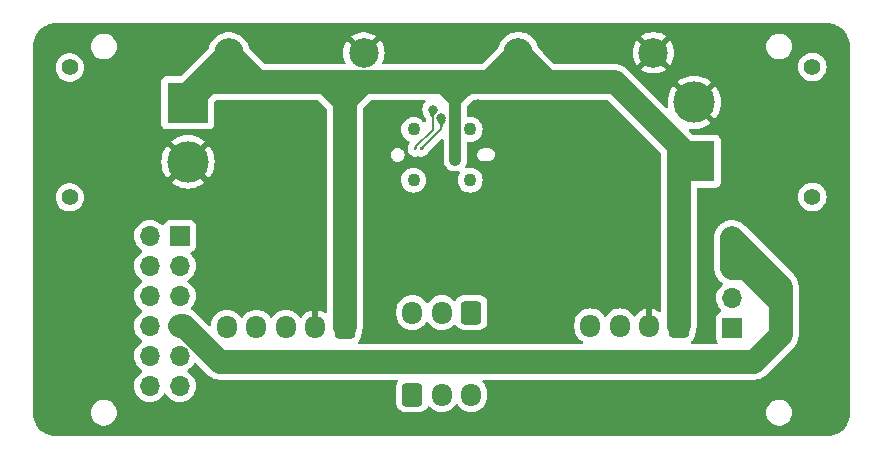
<source format=gbr>
%TF.GenerationSoftware,KiCad,Pcbnew,7.0.11*%
%TF.CreationDate,2025-01-20T01:43:57+09:00*%
%TF.ProjectId,Relay,52656c61-792e-46b6-9963-61645f706362,rev?*%
%TF.SameCoordinates,Original*%
%TF.FileFunction,Copper,L2,Bot*%
%TF.FilePolarity,Positive*%
%FSLAX46Y46*%
G04 Gerber Fmt 4.6, Leading zero omitted, Abs format (unit mm)*
G04 Created by KiCad (PCBNEW 7.0.11) date 2025-01-20 01:43:57*
%MOMM*%
%LPD*%
G01*
G04 APERTURE LIST*
G04 Aperture macros list*
%AMRoundRect*
0 Rectangle with rounded corners*
0 $1 Rounding radius*
0 $2 $3 $4 $5 $6 $7 $8 $9 X,Y pos of 4 corners*
0 Add a 4 corners polygon primitive as box body*
4,1,4,$2,$3,$4,$5,$6,$7,$8,$9,$2,$3,0*
0 Add four circle primitives for the rounded corners*
1,1,$1+$1,$2,$3*
1,1,$1+$1,$4,$5*
1,1,$1+$1,$6,$7*
1,1,$1+$1,$8,$9*
0 Add four rect primitives between the rounded corners*
20,1,$1+$1,$2,$3,$4,$5,0*
20,1,$1+$1,$4,$5,$6,$7,0*
20,1,$1+$1,$6,$7,$8,$9,0*
20,1,$1+$1,$8,$9,$2,$3,0*%
G04 Aperture macros list end*
%TA.AperFunction,ComponentPad*%
%ADD10C,1.400000*%
%TD*%
%TA.AperFunction,ComponentPad*%
%ADD11R,3.500000X3.500000*%
%TD*%
%TA.AperFunction,ComponentPad*%
%ADD12C,3.500000*%
%TD*%
%TA.AperFunction,ComponentPad*%
%ADD13RoundRect,0.250000X-0.600000X-0.725000X0.600000X-0.725000X0.600000X0.725000X-0.600000X0.725000X0*%
%TD*%
%TA.AperFunction,ComponentPad*%
%ADD14O,1.700000X1.950000*%
%TD*%
%TA.AperFunction,ComponentPad*%
%ADD15C,1.100000*%
%TD*%
%TA.AperFunction,ComponentPad*%
%ADD16C,2.500000*%
%TD*%
%TA.AperFunction,ComponentPad*%
%ADD17RoundRect,0.250000X0.600000X0.725000X-0.600000X0.725000X-0.600000X-0.725000X0.600000X-0.725000X0*%
%TD*%
%TA.AperFunction,ComponentPad*%
%ADD18R,1.700000X1.700000*%
%TD*%
%TA.AperFunction,ComponentPad*%
%ADD19O,1.700000X1.700000*%
%TD*%
%TA.AperFunction,ViaPad*%
%ADD20C,0.800000*%
%TD*%
%TA.AperFunction,ViaPad*%
%ADD21C,0.300000*%
%TD*%
%TA.AperFunction,Conductor*%
%ADD22C,2.000000*%
%TD*%
%TA.AperFunction,Conductor*%
%ADD23C,1.000000*%
%TD*%
%TA.AperFunction,Conductor*%
%ADD24C,0.200000*%
%TD*%
G04 APERTURE END LIST*
D10*
%TO.P,J4,*%
%TO.N,*%
X120897000Y-86145000D03*
X120897000Y-75145000D03*
D11*
%TO.P,J4,1,Pin_1*%
%TO.N,+12V*%
X130897000Y-78145000D03*
D12*
%TO.P,J4,2,Pin_2*%
%TO.N,GND*%
X130897000Y-83145000D03*
%TD*%
D13*
%TO.P,J5,1,Pin_1*%
%TO.N,/OUT1A*%
X149900000Y-102853000D03*
D14*
%TO.P,J5,2,Pin_2*%
%TO.N,/OUT1B*%
X152400000Y-102853000D03*
%TO.P,J5,3,Pin_3*%
%TO.N,/OUT1C*%
X154900000Y-102853000D03*
%TD*%
D15*
%TO.P,J1,S1*%
%TO.N,N/C*%
X150000000Y-80400000D03*
X150000000Y-84700000D03*
X154800000Y-80400000D03*
X154800000Y-84700000D03*
%TD*%
D16*
%TO.P,U2,1,VDDM*%
%TO.N,+12V*%
X158877000Y-73906000D03*
%TO.P,U2,2,GND*%
%TO.N,GND*%
X170307000Y-73906000D03*
%TD*%
D17*
%TO.P,J6,1,Pin_1*%
%TO.N,/OUT2A*%
X154900000Y-95902000D03*
D14*
%TO.P,J6,2,Pin_2*%
%TO.N,/OUT2B*%
X152400000Y-95902000D03*
%TO.P,J6,3,Pin_3*%
%TO.N,/OUT2C*%
X149900000Y-95902000D03*
%TD*%
D18*
%TO.P,J8,1,Pin_1*%
%TO.N,/MDTX*%
X130212000Y-89408000D03*
D19*
%TO.P,J8,2,Pin_2*%
%TO.N,/MDRX*%
X127672000Y-89408000D03*
%TO.P,J8,3,Pin_3*%
%TO.N,/FET1*%
X130212000Y-91948000D03*
%TO.P,J8,4,Pin_4*%
%TO.N,/FET2*%
X127672000Y-91948000D03*
%TO.P,J8,5,Pin_5*%
%TO.N,/FET3*%
X130212000Y-94488000D03*
%TO.P,J8,6,Pin_6*%
%TO.N,/BLDC1*%
X127672000Y-94488000D03*
%TO.P,J8,7,Pin_7*%
%TO.N,+48V*%
X130212000Y-97028000D03*
%TO.P,J8,8,Pin_8*%
%TO.N,/BLDC2*%
X127672000Y-97028000D03*
%TO.P,J8,9*%
%TO.N,N/C*%
X130212000Y-99568000D03*
%TO.P,J8,10*%
X127672000Y-99568000D03*
%TO.P,J8,11*%
X130212000Y-102108000D03*
%TO.P,J8,12*%
X127672000Y-102108000D03*
%TD*%
D10*
%TO.P,J3,*%
%TO.N,*%
X183769000Y-75106000D03*
X183769000Y-86106000D03*
D11*
%TO.P,J3,1,Pin_1*%
%TO.N,+12V*%
X173769000Y-83106000D03*
D12*
%TO.P,J3,2,Pin_2*%
%TO.N,GND*%
X173769000Y-78106000D03*
%TD*%
D16*
%TO.P,U1,1,VDDM*%
%TO.N,+12V*%
X134366000Y-73914000D03*
%TO.P,U1,2,GND*%
%TO.N,GND*%
X145796000Y-73914000D03*
%TD*%
D18*
%TO.P,J7,1,Pin_1*%
%TO.N,/UART_TX*%
X176956000Y-97195000D03*
D19*
%TO.P,J7,2,Pin_2*%
%TO.N,/UART_RX*%
X176956000Y-94655000D03*
%TO.P,J7,3,Pin_3*%
%TO.N,+48V*%
X176956000Y-92115000D03*
%TO.P,J7,4,Pin_4*%
X176956000Y-89575000D03*
%TD*%
D17*
%TO.P,J9,1,Pin_1*%
%TO.N,+12V*%
X172466000Y-97028000D03*
D14*
%TO.P,J9,2,Pin_2*%
%TO.N,GND*%
X169966000Y-97028000D03*
%TO.P,J9,3,Pin_3*%
%TO.N,/MouseRX*%
X167466000Y-97028000D03*
%TO.P,J9,4,Pin_4*%
%TO.N,/MouseTX*%
X164966000Y-97028000D03*
%TD*%
D17*
%TO.P,J2,1,Pin_1*%
%TO.N,+12V*%
X144192000Y-97134000D03*
D14*
%TO.P,J2,2,Pin_2*%
%TO.N,GND*%
X141692000Y-97134000D03*
%TO.P,J2,3,Pin_3*%
%TO.N,/LineRX*%
X139192000Y-97134000D03*
%TO.P,J2,4,Pin_4*%
%TO.N,/LineTX*%
X136692000Y-97134000D03*
%TO.P,J2,5,Pin_5*%
%TO.N,/Line_NeoPixel*%
X134192000Y-97134000D03*
%TD*%
D20*
%TO.N,GND*%
X162306000Y-78359000D03*
X146177000Y-97917000D03*
X152527000Y-86233000D03*
X127762000Y-79121000D03*
X141605000Y-78740000D03*
X182499000Y-80391000D03*
X152781000Y-91694000D03*
X174752000Y-90678000D03*
X170434000Y-92329000D03*
X169037000Y-102108000D03*
X148590000Y-81280000D03*
X146177000Y-84455000D03*
X176784000Y-80264000D03*
X140462000Y-95504000D03*
X135763000Y-102108000D03*
X128778000Y-104902000D03*
X122047000Y-89662000D03*
X148590000Y-98044000D03*
X156210000Y-81280000D03*
X146177000Y-80645000D03*
X166243000Y-78486000D03*
X174752000Y-86106000D03*
X146304000Y-91694000D03*
X137160000Y-81915000D03*
X163449000Y-92710000D03*
X171323000Y-105664000D03*
X170434000Y-82677000D03*
X133096000Y-105664000D03*
X127762000Y-87249000D03*
X122047000Y-96520000D03*
X131699000Y-101092000D03*
X137541000Y-90297000D03*
X133985000Y-78740000D03*
X132334000Y-95631000D03*
X161925000Y-87249000D03*
X120142000Y-104013000D03*
X142240000Y-83947000D03*
X142240000Y-93472000D03*
X158877000Y-80645000D03*
X136525000Y-73406000D03*
X185293000Y-104267000D03*
X169926000Y-94869000D03*
X130429000Y-72136000D03*
X133731000Y-86614000D03*
X162941000Y-97409000D03*
X161036000Y-73025000D03*
X159385000Y-98044000D03*
X156210000Y-83820000D03*
X155448000Y-78232000D03*
X142113000Y-87503000D03*
X148590000Y-83820000D03*
X170434000Y-86487000D03*
X173990000Y-73533000D03*
X168021000Y-72136000D03*
X174752000Y-97282000D03*
X170561000Y-76581000D03*
X142240000Y-95250000D03*
X156718000Y-85979000D03*
X121920000Y-80645000D03*
X184912000Y-93345000D03*
%TO.N,+12V*%
X171450000Y-80772000D03*
X157480000Y-76327000D03*
X141515000Y-76290000D03*
X168275000Y-77597000D03*
X165317000Y-76364000D03*
X139049000Y-76290000D03*
X132715000Y-75565000D03*
X152273000Y-76327000D03*
X149352000Y-76327000D03*
D21*
X153650000Y-82042000D03*
D20*
X146886000Y-76327000D03*
X169926000Y-79248000D03*
D21*
X153650000Y-83058000D03*
D20*
X155014000Y-76327000D03*
X134239000Y-76327000D03*
X162851000Y-76364000D03*
X136308000Y-76290000D03*
X144145000Y-76327000D03*
X160110000Y-76364000D03*
%TO.N,/MDRX*%
X152357811Y-79434407D03*
D21*
X150649998Y-82042000D03*
%TO.N,/MDTX*%
X150150002Y-82042000D03*
D20*
X151650702Y-78727298D03*
%TD*%
D22*
%TO.N,+12V*%
X130897000Y-78145000D02*
X130897000Y-77383000D01*
X142494000Y-76378000D02*
X145796000Y-76378000D01*
X172466000Y-84409000D02*
X173769000Y-83106000D01*
X172466000Y-97028000D02*
X172466000Y-84409000D01*
X137414000Y-76378000D02*
X142494000Y-76378000D01*
X158877000Y-73906000D02*
X161349000Y-76378000D01*
X130897000Y-77383000D02*
X134366000Y-73914000D01*
X153543000Y-76378000D02*
X155194000Y-76378000D01*
X134366000Y-73914000D02*
X136830000Y-76378000D01*
D23*
X153543000Y-78029000D02*
X151892000Y-76378000D01*
D22*
X162052000Y-76378000D02*
X167041000Y-76378000D01*
X134112000Y-76378000D02*
X137414000Y-76378000D01*
D23*
X153543000Y-79629000D02*
X153543000Y-82951000D01*
D22*
X132664000Y-76378000D02*
X134112000Y-76378000D01*
D23*
X153543000Y-76378000D02*
X153543000Y-79629000D01*
D22*
X144192000Y-78076000D02*
X142494000Y-76378000D01*
X130897000Y-78145000D02*
X132664000Y-76378000D01*
X134366000Y-76124000D02*
X134112000Y-76378000D01*
X144192000Y-77982000D02*
X145796000Y-76378000D01*
X156405000Y-76378000D02*
X155194000Y-76378000D01*
X172466000Y-97028000D02*
X172466000Y-81803000D01*
X167041000Y-76378000D02*
X171315500Y-80652500D01*
X134366000Y-73914000D02*
X134366000Y-76124000D01*
X151892000Y-76378000D02*
X153543000Y-76378000D01*
D23*
X153543000Y-78029000D02*
X155194000Y-76378000D01*
D22*
X172466000Y-81803000D02*
X171315500Y-80652500D01*
X161349000Y-76378000D02*
X162052000Y-76378000D01*
D23*
X153543000Y-79629000D02*
X153543000Y-78029000D01*
D22*
X145796000Y-76378000D02*
X151892000Y-76378000D01*
X171315500Y-80652500D02*
X173769000Y-83106000D01*
X158877000Y-73906000D02*
X158877000Y-76378000D01*
X155194000Y-76378000D02*
X158877000Y-76378000D01*
X158877000Y-76378000D02*
X162052000Y-76378000D01*
X136830000Y-76378000D02*
X137414000Y-76378000D01*
X144192000Y-97134000D02*
X144192000Y-77982000D01*
X158877000Y-73906000D02*
X156405000Y-76378000D01*
X144192000Y-97134000D02*
X144192000Y-78076000D01*
D24*
%TO.N,/MDRX*%
X152357811Y-79434407D02*
X152357811Y-80334187D01*
X152357811Y-80334187D02*
X150649998Y-82042000D01*
%TO.N,/MDTX*%
X150150002Y-81905599D02*
X150150002Y-82042000D01*
X151650702Y-78727298D02*
X151650702Y-80404899D01*
X151650702Y-80404899D02*
X150150002Y-81905599D01*
D22*
%TO.N,+48V*%
X133619138Y-100076000D02*
X178816000Y-100076000D01*
X181102000Y-97790000D02*
X181102000Y-93721000D01*
X130212000Y-97028000D02*
X130571138Y-97028000D01*
X176956000Y-92115000D02*
X178158081Y-92115000D01*
X181102000Y-93721000D02*
X176956000Y-89575000D01*
X181102000Y-95058919D02*
X181102000Y-97790000D01*
X178158081Y-92115000D02*
X181102000Y-95058919D01*
X178816000Y-100076000D02*
X181102000Y-97790000D01*
X176956000Y-92115000D02*
X176956000Y-89575000D01*
X130571138Y-97028000D02*
X133619138Y-100076000D01*
%TD*%
%TA.AperFunction,Conductor*%
%TO.N,GND*%
G36*
X150991752Y-77898185D02*
G01*
X151037507Y-77950989D01*
X151047451Y-78020147D01*
X151018426Y-78083703D01*
X151016863Y-78085472D01*
X150918168Y-78195083D01*
X150823523Y-78359013D01*
X150823520Y-78359020D01*
X150765029Y-78539038D01*
X150765028Y-78539042D01*
X150745242Y-78727298D01*
X150765028Y-78915554D01*
X150765029Y-78915557D01*
X150823520Y-79095575D01*
X150823525Y-79095586D01*
X150826894Y-79101422D01*
X150833944Y-79115674D01*
X150835290Y-79118901D01*
X150908844Y-79264997D01*
X150924011Y-79292902D01*
X150924754Y-79294171D01*
X150924757Y-79294176D01*
X150941950Y-79321523D01*
X151010731Y-79423539D01*
X151012293Y-79425915D01*
X151021329Y-79440021D01*
X151040429Y-79495941D01*
X151046233Y-79561318D01*
X151049311Y-79586848D01*
X151050202Y-79601689D01*
X151050202Y-79677204D01*
X151030517Y-79744243D01*
X150977713Y-79789998D01*
X150908555Y-79799942D01*
X150844999Y-79770917D01*
X150830349Y-79755869D01*
X150746410Y-79653590D01*
X150683168Y-79601689D01*
X150586450Y-79522315D01*
X150403954Y-79424768D01*
X150205934Y-79364700D01*
X150205932Y-79364699D01*
X150205934Y-79364699D01*
X150000000Y-79344417D01*
X149794067Y-79364699D01*
X149596043Y-79424769D01*
X149495244Y-79478648D01*
X149413550Y-79522315D01*
X149413548Y-79522316D01*
X149413547Y-79522317D01*
X149253589Y-79653589D01*
X149122317Y-79813547D01*
X149024769Y-79996043D01*
X148964699Y-80194067D01*
X148944417Y-80400000D01*
X148964699Y-80605932D01*
X148964700Y-80605934D01*
X149024768Y-80803954D01*
X149122315Y-80986450D01*
X149156969Y-81028677D01*
X149253589Y-81146410D01*
X149331578Y-81210413D01*
X149413550Y-81277685D01*
X149560296Y-81356123D01*
X149596044Y-81375231D01*
X149601538Y-81377506D01*
X149655946Y-81421341D01*
X149678019Y-81487632D01*
X149660747Y-81555334D01*
X149652476Y-81567556D01*
X149625465Y-81602758D01*
X149625463Y-81602762D01*
X149564613Y-81749668D01*
X149561503Y-81759302D01*
X149513766Y-81885176D01*
X149513764Y-81885185D01*
X149494724Y-82041999D01*
X149494724Y-82042000D01*
X149513764Y-82198818D01*
X149556542Y-82311612D01*
X149569782Y-82346523D01*
X149659519Y-82476530D01*
X149777762Y-82581283D01*
X149777764Y-82581284D01*
X149917636Y-82654696D01*
X150071016Y-82692500D01*
X150071017Y-82692500D01*
X150228987Y-82692500D01*
X150370325Y-82657664D01*
X150429675Y-82657664D01*
X150571013Y-82692500D01*
X150728983Y-82692500D01*
X150882363Y-82654696D01*
X151022235Y-82581285D01*
X151022236Y-82581283D01*
X151022238Y-82581283D01*
X151140481Y-82476530D01*
X151140483Y-82476526D01*
X151143887Y-82472685D01*
X151145624Y-82470447D01*
X151163826Y-82449532D01*
X151186108Y-82423929D01*
X151211887Y-82391747D01*
X151213014Y-82390216D01*
X151235950Y-82356256D01*
X151263535Y-82311612D01*
X151274555Y-82292889D01*
X151275045Y-82292014D01*
X151285205Y-82272924D01*
X151286914Y-82269538D01*
X151304076Y-82244014D01*
X151306979Y-82240680D01*
X151312467Y-82233893D01*
X151330005Y-82212201D01*
X151338740Y-82202491D01*
X152330820Y-81210412D01*
X152392142Y-81176928D01*
X152461834Y-81181912D01*
X152517767Y-81223784D01*
X152542184Y-81289248D01*
X152542500Y-81298094D01*
X152542500Y-83001743D01*
X152557925Y-83153439D01*
X152618837Y-83347579D01*
X152618844Y-83347594D01*
X152717589Y-83525499D01*
X152717592Y-83525504D01*
X152850132Y-83679893D01*
X152850134Y-83679895D01*
X153011037Y-83804445D01*
X153011038Y-83804445D01*
X153011042Y-83804448D01*
X153193729Y-83894060D01*
X153390715Y-83945063D01*
X153593936Y-83955369D01*
X153795071Y-83924556D01*
X153795074Y-83924554D01*
X153799211Y-83923921D01*
X153868458Y-83933227D01*
X153921681Y-83978493D01*
X153941983Y-84045348D01*
X153924296Y-84107702D01*
X153925187Y-84108178D01*
X153923002Y-84112265D01*
X153922917Y-84112566D01*
X153922487Y-84113227D01*
X153824769Y-84296043D01*
X153764699Y-84494067D01*
X153744417Y-84700000D01*
X153764699Y-84905932D01*
X153782157Y-84963482D01*
X153824768Y-85103954D01*
X153922315Y-85286450D01*
X153933265Y-85299793D01*
X154053589Y-85446410D01*
X154131450Y-85510308D01*
X154213550Y-85577685D01*
X154396046Y-85675232D01*
X154594066Y-85735300D01*
X154594065Y-85735300D01*
X154612529Y-85737118D01*
X154800000Y-85755583D01*
X155005934Y-85735300D01*
X155203954Y-85675232D01*
X155386450Y-85577685D01*
X155546410Y-85446410D01*
X155677685Y-85286450D01*
X155775232Y-85103954D01*
X155835300Y-84905934D01*
X155855583Y-84700000D01*
X155835300Y-84494066D01*
X155775232Y-84296046D01*
X155677685Y-84113550D01*
X155621713Y-84045348D01*
X155546410Y-83953589D01*
X155386452Y-83822317D01*
X155386453Y-83822317D01*
X155386450Y-83822315D01*
X155203954Y-83724768D01*
X155005934Y-83664700D01*
X155005932Y-83664699D01*
X155005934Y-83664699D01*
X154800000Y-83644417D01*
X154594065Y-83664699D01*
X154519065Y-83687450D01*
X154449198Y-83688073D01*
X154390085Y-83650824D01*
X154360495Y-83587529D01*
X154369822Y-83518285D01*
X154381292Y-83497959D01*
X154422295Y-83439049D01*
X154502540Y-83252058D01*
X154543500Y-83052741D01*
X154543500Y-82587232D01*
X155395690Y-82587232D01*
X155411020Y-82661003D01*
X155425919Y-82732704D01*
X155425920Y-82732706D01*
X155494275Y-82864624D01*
X155494279Y-82864630D01*
X155587099Y-82964015D01*
X155595690Y-82973214D01*
X155722640Y-83050414D01*
X155865710Y-83090500D01*
X155865712Y-83090500D01*
X156396975Y-83090500D01*
X156424529Y-83086712D01*
X156507196Y-83075350D01*
X156643476Y-83016156D01*
X156758731Y-82922389D01*
X156770545Y-82905652D01*
X156844413Y-82801005D01*
X156844414Y-82801003D01*
X156894171Y-82661002D01*
X156904310Y-82512768D01*
X156874081Y-82367296D01*
X156805724Y-82235374D01*
X156805721Y-82235371D01*
X156805720Y-82235369D01*
X156704309Y-82126785D01*
X156577362Y-82049587D01*
X156577361Y-82049586D01*
X156577360Y-82049586D01*
X156434290Y-82009500D01*
X155903026Y-82009500D01*
X155903025Y-82009500D01*
X155792806Y-82024649D01*
X155792800Y-82024651D01*
X155656525Y-82083843D01*
X155541269Y-82177610D01*
X155541263Y-82177617D01*
X155455586Y-82298994D01*
X155405829Y-82438996D01*
X155398237Y-82550000D01*
X155395690Y-82587232D01*
X154543500Y-82587232D01*
X154543500Y-81567132D01*
X154563185Y-81500093D01*
X154615989Y-81454338D01*
X154679651Y-81443729D01*
X154800000Y-81455583D01*
X155005934Y-81435300D01*
X155203954Y-81375232D01*
X155386450Y-81277685D01*
X155546410Y-81146410D01*
X155677685Y-80986450D01*
X155775232Y-80803954D01*
X155835300Y-80605934D01*
X155855583Y-80400000D01*
X155835300Y-80194066D01*
X155775232Y-79996046D01*
X155677685Y-79813550D01*
X155620807Y-79744243D01*
X155546410Y-79653589D01*
X155428677Y-79556969D01*
X155386450Y-79522315D01*
X155203954Y-79424768D01*
X155005934Y-79364700D01*
X155005932Y-79364699D01*
X155005934Y-79364699D01*
X154818463Y-79346235D01*
X154800000Y-79344417D01*
X154799999Y-79344417D01*
X154679654Y-79356270D01*
X154611008Y-79343251D01*
X154560298Y-79295186D01*
X154543500Y-79232867D01*
X154543500Y-78494783D01*
X154563185Y-78427744D01*
X154579819Y-78407102D01*
X155072102Y-77914819D01*
X155133425Y-77881334D01*
X155159783Y-77878500D01*
X156304136Y-77878500D01*
X156319473Y-77879452D01*
X156342779Y-77882357D01*
X156342779Y-77882356D01*
X156342780Y-77882357D01*
X156433472Y-77878606D01*
X156438596Y-77878500D01*
X158752665Y-77878500D01*
X158814933Y-77878500D01*
X161286933Y-77878500D01*
X161315404Y-77878500D01*
X161320528Y-77878606D01*
X161411219Y-77882357D01*
X161411219Y-77882356D01*
X161411221Y-77882357D01*
X161434527Y-77879452D01*
X161449864Y-77878500D01*
X161989933Y-77878500D01*
X166368110Y-77878500D01*
X166435149Y-77898185D01*
X166455791Y-77914819D01*
X170929181Y-82388209D01*
X170962666Y-82449532D01*
X170965500Y-82475890D01*
X170965500Y-84375402D01*
X170965394Y-84380526D01*
X170961642Y-84471219D01*
X170964548Y-84494526D01*
X170965500Y-84509863D01*
X170965500Y-95716610D01*
X170945815Y-95783649D01*
X170893011Y-95829404D01*
X170823853Y-95839348D01*
X170770376Y-95818185D01*
X170643578Y-95729400D01*
X170429492Y-95629570D01*
X170429486Y-95629567D01*
X170216000Y-95572364D01*
X170216000Y-96619981D01*
X170101199Y-96567554D01*
X169999975Y-96553000D01*
X169932025Y-96553000D01*
X169830801Y-96567554D01*
X169716000Y-96619981D01*
X169716000Y-95572364D01*
X169715999Y-95572364D01*
X169502513Y-95629567D01*
X169502507Y-95629570D01*
X169288422Y-95729399D01*
X169288420Y-95729400D01*
X169094926Y-95864886D01*
X169094920Y-95864891D01*
X168927891Y-96031920D01*
X168927890Y-96031922D01*
X168817880Y-96189032D01*
X168763303Y-96232657D01*
X168693804Y-96239849D01*
X168631450Y-96208327D01*
X168614730Y-96189031D01*
X168504494Y-96031597D01*
X168337402Y-95864506D01*
X168337395Y-95864501D01*
X168143834Y-95728967D01*
X168143830Y-95728965D01*
X168093404Y-95705451D01*
X167929663Y-95629097D01*
X167929659Y-95629096D01*
X167929655Y-95629094D01*
X167701413Y-95567938D01*
X167701403Y-95567936D01*
X167466001Y-95547341D01*
X167465999Y-95547341D01*
X167230596Y-95567936D01*
X167230586Y-95567938D01*
X167002344Y-95629094D01*
X167002335Y-95629098D01*
X166788171Y-95728964D01*
X166788169Y-95728965D01*
X166594597Y-95864505D01*
X166427505Y-96031597D01*
X166317575Y-96188595D01*
X166262998Y-96232220D01*
X166193500Y-96239414D01*
X166131145Y-96207891D01*
X166114425Y-96188595D01*
X166004494Y-96031597D01*
X165837402Y-95864506D01*
X165837395Y-95864501D01*
X165643834Y-95728967D01*
X165643830Y-95728965D01*
X165593404Y-95705451D01*
X165429663Y-95629097D01*
X165429659Y-95629096D01*
X165429655Y-95629094D01*
X165201413Y-95567938D01*
X165201403Y-95567936D01*
X164966001Y-95547341D01*
X164965999Y-95547341D01*
X164730596Y-95567936D01*
X164730586Y-95567938D01*
X164502344Y-95629094D01*
X164502335Y-95629098D01*
X164288171Y-95728964D01*
X164288169Y-95728965D01*
X164094597Y-95864505D01*
X163927505Y-96031597D01*
X163791965Y-96225169D01*
X163791964Y-96225171D01*
X163692098Y-96439335D01*
X163692094Y-96439344D01*
X163630938Y-96667586D01*
X163630936Y-96667596D01*
X163615500Y-96844032D01*
X163615500Y-97211967D01*
X163630936Y-97388403D01*
X163630938Y-97388413D01*
X163692094Y-97616655D01*
X163692096Y-97616659D01*
X163692097Y-97616663D01*
X163735895Y-97710588D01*
X163791964Y-97830828D01*
X163791965Y-97830830D01*
X163927505Y-98024402D01*
X164019476Y-98116372D01*
X164094599Y-98191495D01*
X164179584Y-98251002D01*
X164288165Y-98327032D01*
X164288167Y-98327033D01*
X164288170Y-98327035D01*
X164312424Y-98338345D01*
X164314082Y-98339118D01*
X164366522Y-98385290D01*
X164385674Y-98452483D01*
X164365459Y-98519365D01*
X164312293Y-98564699D01*
X164261678Y-98575500D01*
X145436230Y-98575500D01*
X145369191Y-98555815D01*
X145323436Y-98503011D01*
X145313492Y-98433853D01*
X145342517Y-98370297D01*
X145348549Y-98363819D01*
X145366409Y-98345959D01*
X145384712Y-98327656D01*
X145476814Y-98178334D01*
X145531999Y-98011797D01*
X145542500Y-97909009D01*
X145542499Y-97816586D01*
X145552944Y-97766776D01*
X145616062Y-97622884D01*
X145617638Y-97616663D01*
X145677108Y-97381821D01*
X145677467Y-97377498D01*
X145691182Y-97211967D01*
X145692500Y-97196067D01*
X145692500Y-96085967D01*
X148549500Y-96085967D01*
X148564936Y-96262403D01*
X148564938Y-96262413D01*
X148626094Y-96490655D01*
X148626096Y-96490659D01*
X148626097Y-96490663D01*
X148660451Y-96564335D01*
X148725964Y-96704828D01*
X148725965Y-96704830D01*
X148861505Y-96898402D01*
X148962373Y-96999269D01*
X149028599Y-97065495D01*
X149071675Y-97095657D01*
X149222165Y-97201032D01*
X149222167Y-97201033D01*
X149222170Y-97201035D01*
X149436337Y-97300903D01*
X149664592Y-97362063D01*
X149841034Y-97377500D01*
X149899999Y-97382659D01*
X149900000Y-97382659D01*
X149900001Y-97382659D01*
X149958966Y-97377500D01*
X150135408Y-97362063D01*
X150363663Y-97300903D01*
X150577829Y-97201035D01*
X150771401Y-97065495D01*
X150938495Y-96898401D01*
X151048426Y-96741401D01*
X151103001Y-96697778D01*
X151172500Y-96690584D01*
X151234855Y-96722106D01*
X151251571Y-96741398D01*
X151274116Y-96773596D01*
X151361506Y-96898403D01*
X151462373Y-96999269D01*
X151528599Y-97065495D01*
X151571675Y-97095657D01*
X151722165Y-97201032D01*
X151722167Y-97201033D01*
X151722170Y-97201035D01*
X151936337Y-97300903D01*
X152164592Y-97362063D01*
X152341034Y-97377500D01*
X152399999Y-97382659D01*
X152400000Y-97382659D01*
X152400001Y-97382659D01*
X152458966Y-97377500D01*
X152635408Y-97362063D01*
X152863663Y-97300903D01*
X153077829Y-97201035D01*
X153271401Y-97065495D01*
X153418602Y-96918293D01*
X153479924Y-96884810D01*
X153549615Y-96889794D01*
X153605549Y-96931665D01*
X153611821Y-96940879D01*
X153615186Y-96946334D01*
X153707288Y-97095656D01*
X153831344Y-97219712D01*
X153980666Y-97311814D01*
X154147203Y-97366999D01*
X154249991Y-97377500D01*
X155550008Y-97377499D01*
X155652797Y-97366999D01*
X155819334Y-97311814D01*
X155968656Y-97219712D01*
X156092712Y-97095656D01*
X156184814Y-96946334D01*
X156239999Y-96779797D01*
X156250500Y-96677009D01*
X156250499Y-95126992D01*
X156239999Y-95024203D01*
X156184814Y-94857666D01*
X156092712Y-94708344D01*
X155968656Y-94584288D01*
X155875888Y-94527069D01*
X155819336Y-94492187D01*
X155819331Y-94492185D01*
X155817862Y-94491698D01*
X155652797Y-94437001D01*
X155652795Y-94437000D01*
X155550010Y-94426500D01*
X154249998Y-94426500D01*
X154249981Y-94426501D01*
X154147203Y-94437000D01*
X154147200Y-94437001D01*
X153980668Y-94492185D01*
X153980663Y-94492187D01*
X153831342Y-94584289D01*
X153707289Y-94708342D01*
X153611821Y-94863121D01*
X153559873Y-94909845D01*
X153490910Y-94921068D01*
X153426828Y-94893224D01*
X153418601Y-94885705D01*
X153271402Y-94738506D01*
X153271395Y-94738501D01*
X153077834Y-94602967D01*
X153077830Y-94602965D01*
X153037777Y-94584288D01*
X152863663Y-94503097D01*
X152863659Y-94503096D01*
X152863655Y-94503094D01*
X152635413Y-94441938D01*
X152635403Y-94441936D01*
X152400001Y-94421341D01*
X152399999Y-94421341D01*
X152164596Y-94441936D01*
X152164586Y-94441938D01*
X151936344Y-94503094D01*
X151936335Y-94503098D01*
X151722171Y-94602964D01*
X151722169Y-94602965D01*
X151528597Y-94738505D01*
X151361505Y-94905597D01*
X151251575Y-95062595D01*
X151196998Y-95106220D01*
X151127500Y-95113414D01*
X151065145Y-95081891D01*
X151048425Y-95062595D01*
X150938494Y-94905597D01*
X150771402Y-94738506D01*
X150771395Y-94738501D01*
X150577834Y-94602967D01*
X150577830Y-94602965D01*
X150537777Y-94584288D01*
X150363663Y-94503097D01*
X150363659Y-94503096D01*
X150363655Y-94503094D01*
X150135413Y-94441938D01*
X150135403Y-94441936D01*
X149900001Y-94421341D01*
X149899999Y-94421341D01*
X149664596Y-94441936D01*
X149664586Y-94441938D01*
X149436344Y-94503094D01*
X149436335Y-94503098D01*
X149222171Y-94602964D01*
X149222169Y-94602965D01*
X149028597Y-94738505D01*
X148861505Y-94905597D01*
X148725965Y-95099169D01*
X148725964Y-95099171D01*
X148626098Y-95313335D01*
X148626094Y-95313344D01*
X148564938Y-95541586D01*
X148564936Y-95541596D01*
X148549500Y-95718032D01*
X148549500Y-96085967D01*
X145692500Y-96085967D01*
X145692500Y-84700000D01*
X148944417Y-84700000D01*
X148964699Y-84905932D01*
X148982157Y-84963482D01*
X149024768Y-85103954D01*
X149122315Y-85286450D01*
X149133265Y-85299793D01*
X149253589Y-85446410D01*
X149331450Y-85510308D01*
X149413550Y-85577685D01*
X149596046Y-85675232D01*
X149794066Y-85735300D01*
X149794065Y-85735300D01*
X149812529Y-85737118D01*
X150000000Y-85755583D01*
X150205934Y-85735300D01*
X150403954Y-85675232D01*
X150586450Y-85577685D01*
X150746410Y-85446410D01*
X150877685Y-85286450D01*
X150975232Y-85103954D01*
X151035300Y-84905934D01*
X151055583Y-84700000D01*
X151035300Y-84494066D01*
X150975232Y-84296046D01*
X150877685Y-84113550D01*
X150821713Y-84045348D01*
X150746410Y-83953589D01*
X150586452Y-83822317D01*
X150586453Y-83822317D01*
X150586450Y-83822315D01*
X150403954Y-83724768D01*
X150205934Y-83664700D01*
X150205932Y-83664699D01*
X150205934Y-83664699D01*
X150000000Y-83644417D01*
X149794067Y-83664699D01*
X149596043Y-83724769D01*
X149485898Y-83783643D01*
X149413550Y-83822315D01*
X149413548Y-83822316D01*
X149413547Y-83822317D01*
X149253589Y-83953589D01*
X149122317Y-84113547D01*
X149024769Y-84296043D01*
X148964699Y-84494067D01*
X148944417Y-84700000D01*
X145692500Y-84700000D01*
X145692500Y-82550000D01*
X148064491Y-82550000D01*
X148078665Y-82657664D01*
X148084442Y-82701540D01*
X148084443Y-82701544D01*
X148142932Y-82842752D01*
X148142934Y-82842755D01*
X148235982Y-82964016D01*
X148235983Y-82964017D01*
X148357244Y-83057065D01*
X148357247Y-83057067D01*
X148437963Y-83090500D01*
X148498459Y-83115558D01*
X148611953Y-83130500D01*
X148611960Y-83130500D01*
X148688040Y-83130500D01*
X148688047Y-83130500D01*
X148801541Y-83115558D01*
X148942754Y-83057066D01*
X149064017Y-82964017D01*
X149157066Y-82842755D01*
X149215558Y-82701541D01*
X149235509Y-82550000D01*
X149215558Y-82398459D01*
X149179585Y-82311612D01*
X149157067Y-82257247D01*
X149157065Y-82257244D01*
X149064017Y-82135983D01*
X149064016Y-82135982D01*
X148942755Y-82042934D01*
X148942752Y-82042932D01*
X148801544Y-81984443D01*
X148801542Y-81984442D01*
X148801541Y-81984442D01*
X148787354Y-81982574D01*
X148688054Y-81969500D01*
X148688047Y-81969500D01*
X148611953Y-81969500D01*
X148611945Y-81969500D01*
X148498459Y-81984442D01*
X148498455Y-81984443D01*
X148357247Y-82042932D01*
X148357244Y-82042934D01*
X148235981Y-82135984D01*
X148142934Y-82257243D01*
X148142933Y-82257246D01*
X148084443Y-82398455D01*
X148084442Y-82398459D01*
X148064491Y-82550000D01*
X145692500Y-82550000D01*
X145692500Y-78654889D01*
X145712185Y-78587850D01*
X145728819Y-78567208D01*
X146381208Y-77914819D01*
X146442531Y-77881334D01*
X146468889Y-77878500D01*
X150924713Y-77878500D01*
X150991752Y-77898185D01*
G37*
%TD.AperFunction*%
%TA.AperFunction,Conductor*%
G36*
X184958319Y-71377518D02*
G01*
X184962815Y-71377598D01*
X184967129Y-71377752D01*
X184975938Y-71378225D01*
X184977131Y-71378295D01*
X185048454Y-71382970D01*
X185048798Y-71382994D01*
X185176074Y-71392096D01*
X185180457Y-71392487D01*
X185243388Y-71399253D01*
X185244857Y-71399411D01*
X185253616Y-71400671D01*
X185269937Y-71403615D01*
X185283305Y-71406027D01*
X185285312Y-71406407D01*
X185353465Y-71419963D01*
X185355379Y-71420362D01*
X185456455Y-71442348D01*
X185460667Y-71443344D01*
X185516919Y-71457701D01*
X185526049Y-71460411D01*
X185622757Y-71493239D01*
X185626043Y-71494409D01*
X185726747Y-71531969D01*
X185730865Y-71533590D01*
X185772051Y-71550649D01*
X185779437Y-71553996D01*
X185875628Y-71601432D01*
X185880210Y-71603811D01*
X185981579Y-71659162D01*
X185985395Y-71661335D01*
X186011380Y-71676752D01*
X186016965Y-71680271D01*
X186110283Y-71742624D01*
X186115649Y-71746421D01*
X186196350Y-71806832D01*
X186215700Y-71821318D01*
X186219172Y-71824014D01*
X186230094Y-71832816D01*
X186233988Y-71836091D01*
X186322964Y-71914120D01*
X186328886Y-71919666D01*
X186422318Y-72013097D01*
X186427865Y-72019020D01*
X186505878Y-72107977D01*
X186509198Y-72111926D01*
X186517964Y-72122803D01*
X186520676Y-72126294D01*
X186572178Y-72195090D01*
X186595547Y-72226307D01*
X186599383Y-72231728D01*
X186661706Y-72325002D01*
X186665243Y-72330615D01*
X186680648Y-72356577D01*
X186682840Y-72360428D01*
X186738185Y-72461786D01*
X186740565Y-72466367D01*
X186787998Y-72562550D01*
X186791347Y-72569943D01*
X186808414Y-72611147D01*
X186810035Y-72615266D01*
X186847544Y-72715833D01*
X186848781Y-72719307D01*
X186881571Y-72815902D01*
X186884300Y-72825094D01*
X186898643Y-72881287D01*
X186899661Y-72885596D01*
X186921607Y-72986479D01*
X186922058Y-72988645D01*
X186935551Y-73056477D01*
X186935964Y-73058652D01*
X186941326Y-73088371D01*
X186942586Y-73097137D01*
X186949508Y-73161541D01*
X186949902Y-73165950D01*
X186959057Y-73294010D01*
X186959107Y-73294741D01*
X186963643Y-73363942D01*
X186963732Y-73365426D01*
X186964235Y-73374824D01*
X186964392Y-73379222D01*
X186964470Y-73383560D01*
X186964490Y-73385789D01*
X186964490Y-104368208D01*
X186964470Y-104370445D01*
X186964392Y-104374767D01*
X186964234Y-104379168D01*
X186963770Y-104387823D01*
X186963682Y-104389296D01*
X186959025Y-104460341D01*
X186958975Y-104461075D01*
X186949893Y-104588068D01*
X186949499Y-104592477D01*
X186942577Y-104656867D01*
X186941316Y-104665633D01*
X186935966Y-104695281D01*
X186935554Y-104697452D01*
X186922055Y-104765317D01*
X186921605Y-104767483D01*
X186908026Y-104829906D01*
X186899649Y-104868418D01*
X186898633Y-104872716D01*
X186884291Y-104928903D01*
X186881562Y-104938094D01*
X186848776Y-105034676D01*
X186847539Y-105038150D01*
X186810020Y-105138744D01*
X186808398Y-105142865D01*
X186791338Y-105184050D01*
X186787990Y-105191440D01*
X186740544Y-105287650D01*
X186738164Y-105292233D01*
X186682851Y-105393532D01*
X186680660Y-105397379D01*
X186665232Y-105423381D01*
X186661694Y-105428997D01*
X186599381Y-105522256D01*
X186595545Y-105527676D01*
X186520691Y-105627670D01*
X186517969Y-105631175D01*
X186509182Y-105642077D01*
X186505865Y-105646021D01*
X186427862Y-105734966D01*
X186422316Y-105740888D01*
X186328894Y-105834311D01*
X186322971Y-105839858D01*
X186233998Y-105917886D01*
X186230047Y-105921208D01*
X186219193Y-105929955D01*
X186215695Y-105932673D01*
X186115659Y-106007558D01*
X186110238Y-106011393D01*
X186016983Y-106073702D01*
X186011370Y-106077239D01*
X185985394Y-106092652D01*
X185981544Y-106094845D01*
X185880228Y-106150167D01*
X185875645Y-106152546D01*
X185779433Y-106199992D01*
X185772046Y-106203340D01*
X185730858Y-106220402D01*
X185726735Y-106222024D01*
X185626159Y-106259536D01*
X185622683Y-106260774D01*
X185526072Y-106293568D01*
X185516884Y-106296296D01*
X185470905Y-106308032D01*
X185460706Y-106310635D01*
X185456408Y-106311651D01*
X185355484Y-106333604D01*
X185353317Y-106334055D01*
X185285367Y-106347570D01*
X185283202Y-106347981D01*
X185260206Y-106352131D01*
X185253605Y-106353322D01*
X185244847Y-106354581D01*
X185180511Y-106361499D01*
X185176103Y-106361894D01*
X185050230Y-106370900D01*
X185049489Y-106370951D01*
X184976546Y-106375731D01*
X184975082Y-106375818D01*
X184967162Y-106376243D01*
X184962759Y-106376401D01*
X184960576Y-106376440D01*
X184958337Y-106376480D01*
X184956147Y-106376500D01*
X119775801Y-106376500D01*
X119773608Y-106376480D01*
X119771381Y-106376440D01*
X119769238Y-106376402D01*
X119764835Y-106376244D01*
X119756196Y-106375781D01*
X119754723Y-106375694D01*
X119683680Y-106371038D01*
X119682943Y-106370987D01*
X119555940Y-106361904D01*
X119551533Y-106361510D01*
X119487138Y-106354588D01*
X119478372Y-106353327D01*
X119448761Y-106347984D01*
X119446591Y-106347573D01*
X119378656Y-106334061D01*
X119376488Y-106333609D01*
X119275606Y-106311664D01*
X119271296Y-106310646D01*
X119215095Y-106296301D01*
X119205911Y-106293575D01*
X119109320Y-106260787D01*
X119105881Y-106259562D01*
X119005263Y-106222034D01*
X119001143Y-106220413D01*
X118959947Y-106203349D01*
X118952556Y-106200000D01*
X118856370Y-106152566D01*
X118851789Y-106150187D01*
X118750425Y-106094840D01*
X118746615Y-106092670D01*
X118720627Y-106077251D01*
X118715024Y-106073721D01*
X118670421Y-106043919D01*
X118621721Y-106011379D01*
X118616345Y-106007574D01*
X118516288Y-105932673D01*
X118512822Y-105929980D01*
X118510083Y-105927773D01*
X118501920Y-105921195D01*
X118498015Y-105917912D01*
X118409034Y-105839878D01*
X118403112Y-105834332D01*
X118309680Y-105740901D01*
X118304133Y-105734978D01*
X118304122Y-105734966D01*
X118226109Y-105646009D01*
X118222803Y-105642077D01*
X118214015Y-105631172D01*
X118211328Y-105627712D01*
X118136452Y-105527692D01*
X118132616Y-105522270D01*
X118070288Y-105428989D01*
X118066763Y-105423397D01*
X118051326Y-105397379D01*
X118049154Y-105393564D01*
X118041310Y-105379199D01*
X117993800Y-105292191D01*
X117991443Y-105287650D01*
X117943984Y-105191413D01*
X117940662Y-105184083D01*
X117923568Y-105142815D01*
X117921986Y-105138792D01*
X117884453Y-105038163D01*
X117883217Y-105034690D01*
X117850427Y-104938093D01*
X117847698Y-104928902D01*
X117833359Y-104872725D01*
X117832341Y-104868418D01*
X117832338Y-104868405D01*
X117810357Y-104767363D01*
X117809969Y-104765498D01*
X117796409Y-104697329D01*
X117796067Y-104695527D01*
X117790667Y-104665592D01*
X117789414Y-104656871D01*
X117782491Y-104592458D01*
X117782097Y-104588049D01*
X117781527Y-104580082D01*
X117772923Y-104459726D01*
X117772874Y-104459003D01*
X117768355Y-104390064D01*
X117768282Y-104388844D01*
X117767764Y-104379161D01*
X117767687Y-104377000D01*
X122661795Y-104377000D01*
X122680612Y-104580082D01*
X122736427Y-104776247D01*
X122736432Y-104776260D01*
X122827337Y-104958821D01*
X122950247Y-105121581D01*
X123100968Y-105258980D01*
X123100970Y-105258982D01*
X123147271Y-105287650D01*
X123274373Y-105366348D01*
X123464554Y-105440024D01*
X123665034Y-105477500D01*
X123665036Y-105477500D01*
X123868984Y-105477500D01*
X123868986Y-105477500D01*
X124069466Y-105440024D01*
X124259647Y-105366348D01*
X124433051Y-105258981D01*
X124583774Y-105121579D01*
X124706683Y-104958821D01*
X124797592Y-104776250D01*
X124853407Y-104580083D01*
X124872225Y-104377000D01*
X179859775Y-104377000D01*
X179878592Y-104580082D01*
X179934407Y-104776247D01*
X179934412Y-104776260D01*
X180025317Y-104958821D01*
X180148227Y-105121581D01*
X180298948Y-105258980D01*
X180298950Y-105258982D01*
X180345251Y-105287650D01*
X180472353Y-105366348D01*
X180662534Y-105440024D01*
X180863014Y-105477500D01*
X180863016Y-105477500D01*
X181066964Y-105477500D01*
X181066966Y-105477500D01*
X181267446Y-105440024D01*
X181457627Y-105366348D01*
X181631031Y-105258981D01*
X181781754Y-105121579D01*
X181904663Y-104958821D01*
X181995572Y-104776250D01*
X182051387Y-104580083D01*
X182070205Y-104377000D01*
X182064280Y-104313063D01*
X182051387Y-104173917D01*
X182015178Y-104046657D01*
X181995572Y-103977750D01*
X181904663Y-103795179D01*
X181827050Y-103692403D01*
X181781752Y-103632418D01*
X181631031Y-103495019D01*
X181631029Y-103495017D01*
X181457632Y-103387655D01*
X181457625Y-103387651D01*
X181281635Y-103319473D01*
X181267446Y-103313976D01*
X181066966Y-103276500D01*
X180863014Y-103276500D01*
X180662534Y-103313976D01*
X180662531Y-103313976D01*
X180662531Y-103313977D01*
X180472354Y-103387651D01*
X180472347Y-103387655D01*
X180298950Y-103495017D01*
X180298948Y-103495019D01*
X180148227Y-103632418D01*
X180025317Y-103795178D01*
X179934412Y-103977739D01*
X179934407Y-103977752D01*
X179878592Y-104173917D01*
X179859775Y-104376999D01*
X179859775Y-104377000D01*
X124872225Y-104377000D01*
X124866300Y-104313063D01*
X124853407Y-104173917D01*
X124817198Y-104046657D01*
X124797592Y-103977750D01*
X124706683Y-103795179D01*
X124629070Y-103692403D01*
X124583772Y-103632418D01*
X124433051Y-103495019D01*
X124433049Y-103495017D01*
X124259652Y-103387655D01*
X124259645Y-103387651D01*
X124083655Y-103319473D01*
X124069466Y-103313976D01*
X123868986Y-103276500D01*
X123665034Y-103276500D01*
X123464554Y-103313976D01*
X123464551Y-103313976D01*
X123464551Y-103313977D01*
X123274374Y-103387651D01*
X123274367Y-103387655D01*
X123100970Y-103495017D01*
X123100968Y-103495019D01*
X122950247Y-103632418D01*
X122827337Y-103795178D01*
X122736432Y-103977739D01*
X122736427Y-103977752D01*
X122680612Y-104173917D01*
X122661795Y-104376999D01*
X122661795Y-104377000D01*
X117767687Y-104377000D01*
X117767607Y-104374744D01*
X117767530Y-104370416D01*
X117767510Y-104368210D01*
X117767510Y-102108000D01*
X126316341Y-102108000D01*
X126336936Y-102343403D01*
X126336938Y-102343413D01*
X126398094Y-102571655D01*
X126398096Y-102571659D01*
X126398097Y-102571663D01*
X126402000Y-102580032D01*
X126497965Y-102785830D01*
X126497967Y-102785834D01*
X126606281Y-102940521D01*
X126633505Y-102979401D01*
X126800599Y-103146495D01*
X126896153Y-103213403D01*
X126994165Y-103282032D01*
X126994167Y-103282033D01*
X126994170Y-103282035D01*
X127208337Y-103381903D01*
X127436592Y-103443063D01*
X127624918Y-103459539D01*
X127671999Y-103463659D01*
X127672000Y-103463659D01*
X127672001Y-103463659D01*
X127711234Y-103460226D01*
X127907408Y-103443063D01*
X128135663Y-103381903D01*
X128349830Y-103282035D01*
X128543401Y-103146495D01*
X128710495Y-102979401D01*
X128840425Y-102793842D01*
X128895002Y-102750217D01*
X128964500Y-102743023D01*
X129026855Y-102774546D01*
X129043575Y-102793842D01*
X129173500Y-102979395D01*
X129173505Y-102979401D01*
X129340599Y-103146495D01*
X129436153Y-103213403D01*
X129534165Y-103282032D01*
X129534167Y-103282033D01*
X129534170Y-103282035D01*
X129748337Y-103381903D01*
X129976592Y-103443063D01*
X130164918Y-103459539D01*
X130211999Y-103463659D01*
X130212000Y-103463659D01*
X130212001Y-103463659D01*
X130251234Y-103460226D01*
X130447408Y-103443063D01*
X130675663Y-103381903D01*
X130889830Y-103282035D01*
X131083401Y-103146495D01*
X131250495Y-102979401D01*
X131386035Y-102785830D01*
X131485903Y-102571663D01*
X131547063Y-102343408D01*
X131567659Y-102108000D01*
X131565033Y-102077991D01*
X131563216Y-102057220D01*
X131547063Y-101872592D01*
X131489924Y-101659344D01*
X131485905Y-101644344D01*
X131485904Y-101644343D01*
X131485903Y-101644337D01*
X131386035Y-101430171D01*
X131384975Y-101428656D01*
X131250494Y-101236597D01*
X131083402Y-101069506D01*
X131083396Y-101069501D01*
X130897842Y-100939575D01*
X130854217Y-100884998D01*
X130847023Y-100815500D01*
X130878546Y-100753145D01*
X130897842Y-100736425D01*
X130920026Y-100720891D01*
X131083401Y-100606495D01*
X131250495Y-100439401D01*
X131386035Y-100245830D01*
X131400526Y-100214753D01*
X131446696Y-100162316D01*
X131513889Y-100143163D01*
X131580770Y-100163378D01*
X131600588Y-100179478D01*
X132486803Y-101065693D01*
X132496975Y-101077211D01*
X132511398Y-101095742D01*
X132511403Y-101095747D01*
X132578182Y-101157222D01*
X132581882Y-101160772D01*
X132601998Y-101180889D01*
X132602004Y-101180894D01*
X132602012Y-101180902D01*
X132623761Y-101199322D01*
X132627578Y-101202693D01*
X132694353Y-101264164D01*
X132694355Y-101264165D01*
X132694356Y-101264166D01*
X132714003Y-101277002D01*
X132726325Y-101286189D01*
X132744244Y-101301366D01*
X132822216Y-101347827D01*
X132826544Y-101350529D01*
X132902525Y-101400169D01*
X132902533Y-101400174D01*
X132924033Y-101409605D01*
X132937693Y-101416636D01*
X132957865Y-101428656D01*
X133042432Y-101461653D01*
X133047142Y-101463605D01*
X133130246Y-101500059D01*
X133130253Y-101500061D01*
X133130257Y-101500063D01*
X133130261Y-101500064D01*
X133153019Y-101505827D01*
X133167651Y-101510514D01*
X133189524Y-101519049D01*
X133278331Y-101537670D01*
X133283324Y-101538825D01*
X133326753Y-101549822D01*
X133371317Y-101561108D01*
X133371322Y-101561108D01*
X133371326Y-101561109D01*
X133394712Y-101563047D01*
X133409918Y-101565262D01*
X133417708Y-101566895D01*
X133432901Y-101570081D01*
X133523593Y-101573831D01*
X133528698Y-101574148D01*
X133557071Y-101576500D01*
X133585542Y-101576500D01*
X133590666Y-101576606D01*
X133681357Y-101580357D01*
X133681357Y-101580356D01*
X133681359Y-101580357D01*
X133704665Y-101577452D01*
X133720002Y-101576500D01*
X148536213Y-101576500D01*
X148603252Y-101596185D01*
X148649007Y-101648989D01*
X148658951Y-101718147D01*
X148641751Y-101765597D01*
X148615190Y-101808657D01*
X148615185Y-101808668D01*
X148594005Y-101872586D01*
X148560001Y-101975203D01*
X148560001Y-101975204D01*
X148560000Y-101975204D01*
X148549500Y-102077983D01*
X148549500Y-103628001D01*
X148549501Y-103628018D01*
X148560000Y-103730796D01*
X148560001Y-103730799D01*
X148605894Y-103869294D01*
X148615186Y-103897334D01*
X148707288Y-104046656D01*
X148831344Y-104170712D01*
X148980666Y-104262814D01*
X149147203Y-104317999D01*
X149249991Y-104328500D01*
X150550008Y-104328499D01*
X150652797Y-104317999D01*
X150819334Y-104262814D01*
X150968656Y-104170712D01*
X151092712Y-104046656D01*
X151184814Y-103897334D01*
X151184814Y-103897331D01*
X151188178Y-103891879D01*
X151240126Y-103845154D01*
X151309088Y-103833931D01*
X151373170Y-103861774D01*
X151381398Y-103869294D01*
X151528599Y-104016495D01*
X151571675Y-104046657D01*
X151722165Y-104152032D01*
X151722167Y-104152033D01*
X151722170Y-104152035D01*
X151936337Y-104251903D01*
X152164592Y-104313063D01*
X152341034Y-104328500D01*
X152399999Y-104333659D01*
X152400000Y-104333659D01*
X152400001Y-104333659D01*
X152458966Y-104328500D01*
X152635408Y-104313063D01*
X152863663Y-104251903D01*
X153077829Y-104152035D01*
X153271401Y-104016495D01*
X153438495Y-103849401D01*
X153548426Y-103692401D01*
X153603001Y-103648778D01*
X153672500Y-103641584D01*
X153734855Y-103673106D01*
X153751571Y-103692398D01*
X153822144Y-103793187D01*
X153861506Y-103849403D01*
X153989843Y-103977739D01*
X154028599Y-104016495D01*
X154071675Y-104046657D01*
X154222165Y-104152032D01*
X154222167Y-104152033D01*
X154222170Y-104152035D01*
X154436337Y-104251903D01*
X154664592Y-104313063D01*
X154841034Y-104328500D01*
X154899999Y-104333659D01*
X154900000Y-104333659D01*
X154900001Y-104333659D01*
X154958966Y-104328500D01*
X155135408Y-104313063D01*
X155363663Y-104251903D01*
X155577829Y-104152035D01*
X155771401Y-104016495D01*
X155938495Y-103849401D01*
X156074035Y-103655829D01*
X156173903Y-103441663D01*
X156235063Y-103213408D01*
X156250500Y-103036966D01*
X156250500Y-102669034D01*
X156235063Y-102492592D01*
X156173903Y-102264337D01*
X156074035Y-102050171D01*
X156061936Y-102032891D01*
X155938494Y-101856597D01*
X155870078Y-101788181D01*
X155836593Y-101726858D01*
X155841577Y-101657166D01*
X155883449Y-101601233D01*
X155948913Y-101576816D01*
X155957759Y-101576500D01*
X178715136Y-101576500D01*
X178730473Y-101577452D01*
X178753779Y-101580357D01*
X178753779Y-101580356D01*
X178753780Y-101580357D01*
X178844472Y-101576606D01*
X178849596Y-101576500D01*
X178878066Y-101576500D01*
X178878067Y-101576500D01*
X178906444Y-101574147D01*
X178911540Y-101573831D01*
X179002237Y-101570081D01*
X179025227Y-101565259D01*
X179040413Y-101563047D01*
X179063821Y-101561108D01*
X179151848Y-101538815D01*
X179156754Y-101537680D01*
X179245614Y-101519049D01*
X179267486Y-101510513D01*
X179282116Y-101505827D01*
X179304881Y-101500063D01*
X179383031Y-101465783D01*
X179387990Y-101463608D01*
X179392726Y-101461646D01*
X179392736Y-101461642D01*
X179477274Y-101428656D01*
X179497450Y-101416632D01*
X179511114Y-101409599D01*
X179532607Y-101400173D01*
X179608614Y-101350514D01*
X179612880Y-101347851D01*
X179690894Y-101301366D01*
X179708813Y-101286188D01*
X179721124Y-101277008D01*
X179740785Y-101264164D01*
X179807584Y-101202669D01*
X179811380Y-101199318D01*
X179833126Y-101180902D01*
X179853288Y-101160738D01*
X179856938Y-101157236D01*
X179923738Y-101095744D01*
X179938167Y-101077203D01*
X179948324Y-101065702D01*
X182091702Y-98922324D01*
X182103203Y-98912167D01*
X182121744Y-98897738D01*
X182183236Y-98830938D01*
X182186738Y-98827288D01*
X182206902Y-98807126D01*
X182225318Y-98785380D01*
X182228669Y-98781584D01*
X182290164Y-98714785D01*
X182303008Y-98695124D01*
X182312188Y-98682813D01*
X182327366Y-98664894D01*
X182373851Y-98586880D01*
X182376514Y-98582614D01*
X182426173Y-98506607D01*
X182435599Y-98485114D01*
X182442635Y-98471446D01*
X182454656Y-98451274D01*
X182487646Y-98366723D01*
X182489608Y-98361990D01*
X182500558Y-98337025D01*
X182526063Y-98278881D01*
X182531827Y-98256116D01*
X182536515Y-98241483D01*
X182545049Y-98219614D01*
X182563676Y-98130774D01*
X182564822Y-98125825D01*
X182579846Y-98066498D01*
X182587108Y-98037821D01*
X182589046Y-98014413D01*
X182591263Y-97999204D01*
X182596080Y-97976237D01*
X182599830Y-97885544D01*
X182600146Y-97880467D01*
X182602500Y-97852067D01*
X182602500Y-97823588D01*
X182602606Y-97818463D01*
X182603245Y-97803008D01*
X182606357Y-97727779D01*
X182603452Y-97704472D01*
X182602500Y-97689136D01*
X182602500Y-95159782D01*
X182603452Y-95144445D01*
X182603516Y-95143929D01*
X182606357Y-95121140D01*
X182602606Y-95030454D01*
X182602500Y-95025329D01*
X182602500Y-93821863D01*
X182603452Y-93806526D01*
X182603996Y-93802158D01*
X182606357Y-93783221D01*
X182602606Y-93692535D01*
X182602500Y-93687410D01*
X182602500Y-93658936D01*
X182602500Y-93658933D01*
X182600146Y-93630537D01*
X182599830Y-93625438D01*
X182599464Y-93616599D01*
X182596080Y-93534763D01*
X182591262Y-93511790D01*
X182589046Y-93496580D01*
X182587108Y-93473179D01*
X182564823Y-93385180D01*
X182563669Y-93380189D01*
X182555320Y-93340371D01*
X182545049Y-93291386D01*
X182536514Y-93269513D01*
X182531827Y-93254881D01*
X182526064Y-93232123D01*
X182526063Y-93232119D01*
X182489589Y-93148969D01*
X182487650Y-93144287D01*
X182454655Y-93059726D01*
X182442774Y-93039786D01*
X182442633Y-93039549D01*
X182435603Y-93025890D01*
X182426176Y-93004399D01*
X182426173Y-93004393D01*
X182415237Y-92987654D01*
X182376515Y-92928385D01*
X182373833Y-92924089D01*
X182327366Y-92846106D01*
X182312189Y-92828187D01*
X182303002Y-92815865D01*
X182290166Y-92796218D01*
X182290165Y-92796217D01*
X182290164Y-92796215D01*
X182228692Y-92729439D01*
X182225301Y-92725598D01*
X182206902Y-92703874D01*
X182206897Y-92703870D01*
X182186783Y-92683756D01*
X182183233Y-92680056D01*
X182121747Y-92613265D01*
X182121739Y-92613258D01*
X182103212Y-92598838D01*
X182091692Y-92588665D01*
X178040771Y-88537743D01*
X178037223Y-88534045D01*
X177975747Y-88467265D01*
X177975737Y-88467256D01*
X177904120Y-88411514D01*
X177900185Y-88408319D01*
X177830894Y-88349634D01*
X177810716Y-88337610D01*
X177798037Y-88328947D01*
X177779511Y-88314527D01*
X177779506Y-88314524D01*
X177699699Y-88271335D01*
X177695242Y-88268803D01*
X177647888Y-88240586D01*
X177617274Y-88222344D01*
X177617272Y-88222343D01*
X177617270Y-88222342D01*
X177595402Y-88213809D01*
X177581464Y-88207349D01*
X177579867Y-88206485D01*
X177560810Y-88196172D01*
X177560809Y-88196171D01*
X177560808Y-88196171D01*
X177560806Y-88196170D01*
X177474958Y-88166698D01*
X177470148Y-88164935D01*
X177385617Y-88131952D01*
X177385612Y-88131950D01*
X177362644Y-88127134D01*
X177347837Y-88123057D01*
X177325614Y-88115429D01*
X177236093Y-88100490D01*
X177231057Y-88099542D01*
X177142236Y-88080918D01*
X177118769Y-88079948D01*
X177103487Y-88078363D01*
X177080335Y-88074500D01*
X176989596Y-88074500D01*
X176984472Y-88074394D01*
X176893780Y-88070642D01*
X176870473Y-88073548D01*
X176855136Y-88074500D01*
X176831665Y-88074500D01*
X176742168Y-88089433D01*
X176737100Y-88090172D01*
X176707746Y-88093831D01*
X176647019Y-88101401D01*
X176624514Y-88108101D01*
X176609546Y-88111564D01*
X176586382Y-88115429D01*
X176500565Y-88144891D01*
X176495684Y-88146455D01*
X176408688Y-88172355D01*
X176387583Y-88182672D01*
X176373397Y-88188547D01*
X176368310Y-88190293D01*
X176351185Y-88196173D01*
X176271369Y-88239368D01*
X176266813Y-88241713D01*
X176185290Y-88281567D01*
X176185284Y-88281571D01*
X176166165Y-88295220D01*
X176153142Y-88303349D01*
X176132490Y-88314526D01*
X176060874Y-88370266D01*
X176056769Y-88373327D01*
X175982905Y-88426066D01*
X175966303Y-88442668D01*
X175954795Y-88452830D01*
X175936261Y-88467256D01*
X175936256Y-88467261D01*
X175874787Y-88534033D01*
X175871242Y-88537728D01*
X175807067Y-88601904D01*
X175793420Y-88621017D01*
X175783740Y-88632937D01*
X175767839Y-88650211D01*
X175767831Y-88650221D01*
X175718193Y-88726197D01*
X175715303Y-88730426D01*
X175662574Y-88804278D01*
X175662561Y-88804299D01*
X175652255Y-88825382D01*
X175644667Y-88838738D01*
X175631830Y-88858386D01*
X175631827Y-88858391D01*
X175595375Y-88941491D01*
X175593222Y-88946136D01*
X175553356Y-89027685D01*
X175546653Y-89050200D01*
X175541367Y-89064619D01*
X175531936Y-89086120D01*
X175517843Y-89141770D01*
X175510041Y-89172586D01*
X175509664Y-89174073D01*
X175508303Y-89179014D01*
X175482402Y-89266014D01*
X175482400Y-89266026D01*
X175479495Y-89289326D01*
X175476654Y-89304422D01*
X175470891Y-89327178D01*
X175470891Y-89327179D01*
X175463398Y-89417602D01*
X175462870Y-89422696D01*
X175451643Y-89512777D01*
X175451643Y-89512779D01*
X175455394Y-89603472D01*
X175455500Y-89608596D01*
X175455500Y-92239336D01*
X175464905Y-92295705D01*
X175466172Y-92305871D01*
X175470891Y-92362815D01*
X175470892Y-92362824D01*
X175484918Y-92418214D01*
X175487020Y-92428238D01*
X175496429Y-92484617D01*
X175514983Y-92538659D01*
X175517907Y-92548480D01*
X175531937Y-92603882D01*
X175554893Y-92656214D01*
X175558611Y-92665745D01*
X175577172Y-92719809D01*
X175577172Y-92719811D01*
X175604376Y-92770078D01*
X175608877Y-92779286D01*
X175631827Y-92831607D01*
X175663081Y-92879446D01*
X175668320Y-92888239D01*
X175695521Y-92938502D01*
X175695526Y-92938510D01*
X175730625Y-92983605D01*
X175736578Y-92991943D01*
X175767835Y-93039784D01*
X175767836Y-93039785D01*
X175786188Y-93059721D01*
X175806538Y-93081826D01*
X175813159Y-93089644D01*
X175848262Y-93134744D01*
X175848264Y-93134746D01*
X175848265Y-93134747D01*
X175848269Y-93134751D01*
X175858585Y-93144247D01*
X175890313Y-93173455D01*
X175897543Y-93180685D01*
X175910123Y-93194350D01*
X175936248Y-93222731D01*
X175936256Y-93222738D01*
X175981358Y-93257842D01*
X175989169Y-93264458D01*
X176031215Y-93303164D01*
X176056334Y-93319575D01*
X176079050Y-93334416D01*
X176087388Y-93340369D01*
X176132491Y-93375474D01*
X176132494Y-93375475D01*
X176136538Y-93378623D01*
X176135859Y-93379494D01*
X176177703Y-93428529D01*
X176187123Y-93497761D01*
X176157618Y-93561095D01*
X176135646Y-93580760D01*
X176084598Y-93616504D01*
X175917505Y-93783597D01*
X175781965Y-93977169D01*
X175781964Y-93977171D01*
X175682098Y-94191335D01*
X175682094Y-94191344D01*
X175620938Y-94419586D01*
X175620936Y-94419596D01*
X175600341Y-94654999D01*
X175600341Y-94655000D01*
X175620936Y-94890403D01*
X175620938Y-94890413D01*
X175682094Y-95118655D01*
X175682096Y-95118659D01*
X175682097Y-95118663D01*
X175748972Y-95262077D01*
X175781965Y-95332830D01*
X175781967Y-95332834D01*
X175869283Y-95457533D01*
X175917501Y-95526396D01*
X175917506Y-95526402D01*
X176039430Y-95648326D01*
X176072915Y-95709649D01*
X176067931Y-95779341D01*
X176026059Y-95835274D01*
X175995083Y-95852189D01*
X175863669Y-95901203D01*
X175863664Y-95901206D01*
X175748455Y-95987452D01*
X175748452Y-95987455D01*
X175662206Y-96102664D01*
X175662202Y-96102671D01*
X175611908Y-96237517D01*
X175609232Y-96262413D01*
X175605501Y-96297123D01*
X175605500Y-96297135D01*
X175605500Y-98092870D01*
X175605501Y-98092876D01*
X175611908Y-98152483D01*
X175662202Y-98287328D01*
X175662203Y-98287330D01*
X175662204Y-98287331D01*
X175724312Y-98370297D01*
X175729472Y-98377189D01*
X175753889Y-98442653D01*
X175739038Y-98510926D01*
X175689633Y-98560332D01*
X175630205Y-98575500D01*
X173599348Y-98575500D01*
X173532309Y-98555815D01*
X173486554Y-98503011D01*
X173476610Y-98433853D01*
X173505635Y-98370297D01*
X173529104Y-98350338D01*
X173528989Y-98350193D01*
X173533081Y-98346956D01*
X173534253Y-98345960D01*
X173534656Y-98345712D01*
X173658712Y-98221656D01*
X173750814Y-98072334D01*
X173805999Y-97905797D01*
X173816500Y-97803009D01*
X173816499Y-97710586D01*
X173826944Y-97660776D01*
X173890062Y-97516884D01*
X173911633Y-97431705D01*
X173951108Y-97275821D01*
X173955125Y-97227351D01*
X173966499Y-97090077D01*
X173966500Y-97090063D01*
X173966500Y-86106000D01*
X182563357Y-86106000D01*
X182583884Y-86327535D01*
X182583885Y-86327537D01*
X182644769Y-86541523D01*
X182644775Y-86541538D01*
X182743938Y-86740683D01*
X182743943Y-86740691D01*
X182878020Y-86918238D01*
X183042437Y-87068123D01*
X183042439Y-87068125D01*
X183231595Y-87185245D01*
X183231596Y-87185245D01*
X183231599Y-87185247D01*
X183439060Y-87265618D01*
X183657757Y-87306500D01*
X183657759Y-87306500D01*
X183880241Y-87306500D01*
X183880243Y-87306500D01*
X184098940Y-87265618D01*
X184306401Y-87185247D01*
X184495562Y-87068124D01*
X184659981Y-86918236D01*
X184794058Y-86740689D01*
X184893229Y-86541528D01*
X184954115Y-86327536D01*
X184974643Y-86106000D01*
X184954115Y-85884464D01*
X184893229Y-85670472D01*
X184893224Y-85670461D01*
X184794061Y-85471316D01*
X184794056Y-85471308D01*
X184659979Y-85293761D01*
X184495562Y-85143876D01*
X184495560Y-85143874D01*
X184306404Y-85026754D01*
X184306398Y-85026752D01*
X184098940Y-84946382D01*
X183880243Y-84905500D01*
X183657757Y-84905500D01*
X183439060Y-84946382D01*
X183338390Y-84985382D01*
X183231601Y-85026752D01*
X183231595Y-85026754D01*
X183042439Y-85143874D01*
X183042437Y-85143876D01*
X182878020Y-85293761D01*
X182743943Y-85471308D01*
X182743938Y-85471316D01*
X182644775Y-85670461D01*
X182644769Y-85670476D01*
X182583885Y-85884462D01*
X182583884Y-85884464D01*
X182563357Y-86105999D01*
X182563357Y-86106000D01*
X173966500Y-86106000D01*
X173966500Y-85480499D01*
X173986185Y-85413460D01*
X174038989Y-85367705D01*
X174090500Y-85356499D01*
X175566871Y-85356499D01*
X175566872Y-85356499D01*
X175626483Y-85350091D01*
X175761331Y-85299796D01*
X175876546Y-85213546D01*
X175962796Y-85098331D01*
X176013091Y-84963483D01*
X176019500Y-84903873D01*
X176019499Y-81308128D01*
X176013091Y-81248517D01*
X176003866Y-81223784D01*
X175962797Y-81113671D01*
X175962793Y-81113664D01*
X175876547Y-80998455D01*
X175876544Y-80998452D01*
X175761335Y-80912206D01*
X175761328Y-80912202D01*
X175626482Y-80861908D01*
X175626483Y-80861908D01*
X175566883Y-80855501D01*
X175566881Y-80855500D01*
X175566873Y-80855500D01*
X175566865Y-80855500D01*
X173691890Y-80855500D01*
X173624851Y-80835815D01*
X173604209Y-80819181D01*
X173550771Y-80765743D01*
X173547223Y-80762045D01*
X173485747Y-80695265D01*
X173485742Y-80695260D01*
X173467211Y-80680837D01*
X173455693Y-80670665D01*
X173329172Y-80544144D01*
X173295687Y-80482821D01*
X173300671Y-80413129D01*
X173342543Y-80357196D01*
X173408007Y-80332779D01*
X173441045Y-80334846D01*
X173474678Y-80341536D01*
X173474687Y-80341537D01*
X173769000Y-80360827D01*
X174063312Y-80341537D01*
X174063324Y-80341535D01*
X174352584Y-80283998D01*
X174352599Y-80283994D01*
X174631888Y-80189187D01*
X174896406Y-80058741D01*
X174896419Y-80058734D01*
X175141648Y-79894877D01*
X175175039Y-79865593D01*
X174240350Y-78930904D01*
X174314503Y-78889746D01*
X174461104Y-78763894D01*
X174579370Y-78611107D01*
X174595262Y-78578708D01*
X175528593Y-79512039D01*
X175557877Y-79478648D01*
X175721734Y-79233419D01*
X175721741Y-79233406D01*
X175852187Y-78968888D01*
X175946994Y-78689599D01*
X175946998Y-78689584D01*
X176004535Y-78400324D01*
X176004537Y-78400312D01*
X176023827Y-78106000D01*
X176004537Y-77811687D01*
X176004535Y-77811675D01*
X175946998Y-77522415D01*
X175946994Y-77522400D01*
X175852187Y-77243111D01*
X175721741Y-76978593D01*
X175721734Y-76978580D01*
X175557876Y-76733350D01*
X175528593Y-76699958D01*
X174594355Y-77634196D01*
X174524111Y-77521501D01*
X174390995Y-77381463D01*
X174242994Y-77278451D01*
X175175040Y-76346405D01*
X175141649Y-76317123D01*
X174896419Y-76153265D01*
X174896406Y-76153258D01*
X174631888Y-76022812D01*
X174352599Y-75928005D01*
X174352584Y-75928001D01*
X174063324Y-75870464D01*
X174063312Y-75870462D01*
X173769000Y-75851172D01*
X173474687Y-75870462D01*
X173474675Y-75870464D01*
X173185415Y-75928001D01*
X173185400Y-75928005D01*
X172906111Y-76022812D01*
X172641593Y-76153258D01*
X172641580Y-76153265D01*
X172396346Y-76317126D01*
X172396339Y-76317131D01*
X172362959Y-76346403D01*
X172362959Y-76346405D01*
X173297649Y-77281095D01*
X173223497Y-77322254D01*
X173076896Y-77448106D01*
X172958630Y-77600893D01*
X172942737Y-77633291D01*
X172009405Y-76699959D01*
X172009403Y-76699959D01*
X171980131Y-76733339D01*
X171980126Y-76733346D01*
X171816265Y-76978580D01*
X171816258Y-76978593D01*
X171685812Y-77243111D01*
X171591005Y-77522400D01*
X171591001Y-77522415D01*
X171533464Y-77811675D01*
X171533462Y-77811687D01*
X171514172Y-78106000D01*
X171533462Y-78400312D01*
X171533462Y-78400313D01*
X171540154Y-78433956D01*
X171533925Y-78503548D01*
X171491062Y-78558725D01*
X171425171Y-78581968D01*
X171357175Y-78565899D01*
X171330855Y-78545827D01*
X168173334Y-75388306D01*
X168163162Y-75376788D01*
X168155183Y-75366537D01*
X168148738Y-75358256D01*
X168148734Y-75358252D01*
X168081954Y-75296776D01*
X168078254Y-75293226D01*
X168058133Y-75273104D01*
X168036387Y-75254686D01*
X168032546Y-75251294D01*
X167965786Y-75189837D01*
X167965785Y-75189836D01*
X167946123Y-75176990D01*
X167933811Y-75167808D01*
X167915894Y-75152634D01*
X167837891Y-75106153D01*
X167833583Y-75103464D01*
X167757604Y-75053824D01*
X167736109Y-75044396D01*
X167722447Y-75037364D01*
X167702275Y-75025344D01*
X167617727Y-74992353D01*
X167612995Y-74990393D01*
X167529877Y-74953935D01*
X167507113Y-74948170D01*
X167492487Y-74943485D01*
X167476962Y-74937427D01*
X167470614Y-74934951D01*
X167470611Y-74934950D01*
X167470607Y-74934949D01*
X167381793Y-74916325D01*
X167376803Y-74915171D01*
X167288820Y-74892891D01*
X167265421Y-74890952D01*
X167250223Y-74888738D01*
X167227237Y-74883919D01*
X167227234Y-74883918D01*
X167227235Y-74883918D01*
X167136558Y-74880168D01*
X167131448Y-74879851D01*
X167111484Y-74878197D01*
X167103067Y-74877500D01*
X167103065Y-74877500D01*
X167074596Y-74877500D01*
X167069472Y-74877394D01*
X166978780Y-74873642D01*
X166955473Y-74876548D01*
X166940136Y-74877500D01*
X162021890Y-74877500D01*
X161954851Y-74857815D01*
X161934209Y-74841181D01*
X160999032Y-73906004D01*
X168552093Y-73906004D01*
X168571692Y-74167545D01*
X168571693Y-74167550D01*
X168630058Y-74423270D01*
X168725883Y-74667426D01*
X168725882Y-74667426D01*
X168857027Y-74894573D01*
X168904874Y-74954571D01*
X169629804Y-74229642D01*
X169653059Y-74283553D01*
X169757756Y-74424185D01*
X169892062Y-74536882D01*
X169983665Y-74582886D01*
X169257830Y-75308720D01*
X169429546Y-75425793D01*
X169429550Y-75425795D01*
X169665854Y-75539594D01*
X169665858Y-75539595D01*
X169916494Y-75616907D01*
X169916500Y-75616909D01*
X170175848Y-75655999D01*
X170175857Y-75656000D01*
X170438143Y-75656000D01*
X170438151Y-75655999D01*
X170697499Y-75616909D01*
X170697505Y-75616907D01*
X170948143Y-75539595D01*
X171184445Y-75425798D01*
X171184447Y-75425797D01*
X171356168Y-75308720D01*
X171153448Y-75106000D01*
X182563357Y-75106000D01*
X182583884Y-75327535D01*
X182583885Y-75327537D01*
X182644769Y-75541523D01*
X182644775Y-75541538D01*
X182743938Y-75740683D01*
X182743943Y-75740691D01*
X182878020Y-75918238D01*
X183042437Y-76068123D01*
X183042439Y-76068125D01*
X183231595Y-76185245D01*
X183231596Y-76185245D01*
X183231599Y-76185247D01*
X183439060Y-76265618D01*
X183657757Y-76306500D01*
X183657759Y-76306500D01*
X183880241Y-76306500D01*
X183880243Y-76306500D01*
X184098940Y-76265618D01*
X184306401Y-76185247D01*
X184495562Y-76068124D01*
X184659981Y-75918236D01*
X184794058Y-75740689D01*
X184893229Y-75541528D01*
X184954115Y-75327536D01*
X184974643Y-75106000D01*
X184954115Y-74884464D01*
X184893229Y-74670472D01*
X184893224Y-74670461D01*
X184794061Y-74471316D01*
X184794056Y-74471308D01*
X184659979Y-74293761D01*
X184495562Y-74143876D01*
X184495560Y-74143874D01*
X184306404Y-74026754D01*
X184306398Y-74026752D01*
X184098940Y-73946382D01*
X183880243Y-73905500D01*
X183657757Y-73905500D01*
X183439060Y-73946382D01*
X183338390Y-73985382D01*
X183231601Y-74026752D01*
X183231595Y-74026754D01*
X183042439Y-74143874D01*
X183042437Y-74143876D01*
X182878020Y-74293761D01*
X182743943Y-74471308D01*
X182743938Y-74471316D01*
X182644775Y-74670461D01*
X182644769Y-74670476D01*
X182583885Y-74884462D01*
X182583884Y-74884464D01*
X182563357Y-75105999D01*
X182563357Y-75106000D01*
X171153448Y-75106000D01*
X170632945Y-74585498D01*
X170645891Y-74580787D01*
X170792373Y-74484445D01*
X170912688Y-74356918D01*
X170985447Y-74230894D01*
X171709125Y-74954572D01*
X171756971Y-74894573D01*
X171888116Y-74667426D01*
X171983941Y-74423270D01*
X172042306Y-74167550D01*
X172042307Y-74167545D01*
X172061907Y-73906004D01*
X172061907Y-73905995D01*
X172042307Y-73644454D01*
X172042306Y-73644449D01*
X171983941Y-73388729D01*
X171979338Y-73377000D01*
X179859775Y-73377000D01*
X179878592Y-73580082D01*
X179934407Y-73776247D01*
X179934412Y-73776260D01*
X180025317Y-73958821D01*
X180148227Y-74121581D01*
X180298948Y-74258980D01*
X180298950Y-74258982D01*
X180398131Y-74320392D01*
X180472353Y-74366348D01*
X180662534Y-74440024D01*
X180863014Y-74477500D01*
X180863016Y-74477500D01*
X181066964Y-74477500D01*
X181066966Y-74477500D01*
X181267446Y-74440024D01*
X181457627Y-74366348D01*
X181631031Y-74258981D01*
X181781754Y-74121579D01*
X181904663Y-73958821D01*
X181995572Y-73776250D01*
X182051387Y-73580083D01*
X182070205Y-73377000D01*
X182051387Y-73173917D01*
X181995572Y-72977750D01*
X181969517Y-72925425D01*
X181936686Y-72859490D01*
X181904663Y-72795179D01*
X181781754Y-72632421D01*
X181781752Y-72632418D01*
X181631031Y-72495019D01*
X181631029Y-72495017D01*
X181457632Y-72387655D01*
X181457625Y-72387651D01*
X181362536Y-72350814D01*
X181267446Y-72313976D01*
X181066966Y-72276500D01*
X180863014Y-72276500D01*
X180662534Y-72313976D01*
X180662531Y-72313976D01*
X180662531Y-72313977D01*
X180472354Y-72387651D01*
X180472347Y-72387655D01*
X180298950Y-72495017D01*
X180298948Y-72495019D01*
X180148227Y-72632418D01*
X180025317Y-72795178D01*
X179934412Y-72977739D01*
X179934407Y-72977752D01*
X179878592Y-73173917D01*
X179859775Y-73376999D01*
X179859775Y-73377000D01*
X171979338Y-73377000D01*
X171888116Y-73144573D01*
X171888117Y-73144573D01*
X171756972Y-72917426D01*
X171709124Y-72857427D01*
X170984195Y-73582356D01*
X170960941Y-73528447D01*
X170856244Y-73387815D01*
X170721938Y-73275118D01*
X170630334Y-73229113D01*
X171356168Y-72503278D01*
X171184454Y-72386206D01*
X171184445Y-72386201D01*
X170948142Y-72272404D01*
X170948144Y-72272404D01*
X170697505Y-72195092D01*
X170697499Y-72195090D01*
X170438151Y-72156000D01*
X170175848Y-72156000D01*
X169916500Y-72195090D01*
X169916494Y-72195092D01*
X169665858Y-72272404D01*
X169665854Y-72272405D01*
X169429547Y-72386205D01*
X169429539Y-72386210D01*
X169257830Y-72503277D01*
X169981054Y-73226501D01*
X169968109Y-73231213D01*
X169821627Y-73327555D01*
X169701312Y-73455082D01*
X169628553Y-73581105D01*
X168904875Y-72857427D01*
X168904874Y-72857427D01*
X168857028Y-72917425D01*
X168725883Y-73144573D01*
X168630058Y-73388729D01*
X168571693Y-73644449D01*
X168571692Y-73644454D01*
X168552093Y-73905995D01*
X168552093Y-73906004D01*
X160999032Y-73906004D01*
X160601213Y-73508185D01*
X160568003Y-73448095D01*
X160554424Y-73388600D01*
X160554422Y-73388596D01*
X160554420Y-73388584D01*
X160458568Y-73144357D01*
X160327386Y-72917143D01*
X160163805Y-72712019D01*
X160163804Y-72712018D01*
X160163801Y-72712014D01*
X159971479Y-72533567D01*
X159938787Y-72511278D01*
X159754704Y-72385772D01*
X159754700Y-72385770D01*
X159754697Y-72385768D01*
X159754696Y-72385767D01*
X159518325Y-72271938D01*
X159518327Y-72271938D01*
X159267623Y-72194606D01*
X159267619Y-72194605D01*
X159267615Y-72194604D01*
X159142823Y-72175794D01*
X159008187Y-72155500D01*
X159008182Y-72155500D01*
X158745818Y-72155500D01*
X158745812Y-72155500D01*
X158584247Y-72179853D01*
X158486385Y-72194604D01*
X158486382Y-72194605D01*
X158486376Y-72194606D01*
X158235673Y-72271938D01*
X157999303Y-72385767D01*
X157999302Y-72385768D01*
X157999296Y-72385771D01*
X157999296Y-72385772D01*
X157998654Y-72386210D01*
X157782520Y-72533567D01*
X157590198Y-72712014D01*
X157426614Y-72917143D01*
X157295432Y-73144356D01*
X157199579Y-73388584D01*
X157185995Y-73448098D01*
X157152786Y-73508184D01*
X155819791Y-74841181D01*
X155758468Y-74874666D01*
X155732110Y-74877500D01*
X147475224Y-74877500D01*
X147408185Y-74857815D01*
X147362430Y-74805011D01*
X147352486Y-74735853D01*
X147367837Y-74691500D01*
X147377116Y-74675426D01*
X147472941Y-74431270D01*
X147531306Y-74175550D01*
X147531307Y-74175545D01*
X147550907Y-73914004D01*
X147550907Y-73913995D01*
X147531307Y-73652454D01*
X147531306Y-73652449D01*
X147472941Y-73396729D01*
X147377116Y-73152573D01*
X147377117Y-73152573D01*
X147245972Y-72925426D01*
X147198124Y-72865427D01*
X146473195Y-73590355D01*
X146449941Y-73536447D01*
X146345244Y-73395815D01*
X146210938Y-73283118D01*
X146119334Y-73237113D01*
X146845168Y-72511278D01*
X146673454Y-72394206D01*
X146673445Y-72394201D01*
X146437142Y-72280404D01*
X146437144Y-72280404D01*
X146186505Y-72203092D01*
X146186499Y-72203090D01*
X145927151Y-72164000D01*
X145664848Y-72164000D01*
X145405500Y-72203090D01*
X145405494Y-72203092D01*
X145154858Y-72280404D01*
X145154854Y-72280405D01*
X144918547Y-72394205D01*
X144918539Y-72394210D01*
X144746830Y-72511277D01*
X145470054Y-73234501D01*
X145457109Y-73239213D01*
X145310627Y-73335555D01*
X145190312Y-73463082D01*
X145117552Y-73589105D01*
X144393874Y-72865427D01*
X144346028Y-72925425D01*
X144214883Y-73152573D01*
X144119058Y-73396729D01*
X144060693Y-73652449D01*
X144060692Y-73652454D01*
X144041093Y-73913995D01*
X144041093Y-73914004D01*
X144060692Y-74175545D01*
X144060693Y-74175550D01*
X144119058Y-74431270D01*
X144214883Y-74675426D01*
X144224163Y-74691500D01*
X144240636Y-74759401D01*
X144217783Y-74825428D01*
X144162862Y-74868618D01*
X144116776Y-74877500D01*
X142527596Y-74877500D01*
X142522472Y-74877394D01*
X142431780Y-74873642D01*
X142408473Y-74876548D01*
X142393136Y-74877500D01*
X137502890Y-74877500D01*
X137435851Y-74857815D01*
X137415209Y-74841181D01*
X136090213Y-73516185D01*
X136057003Y-73456095D01*
X136043424Y-73396600D01*
X136043422Y-73396596D01*
X136043420Y-73396584D01*
X135947568Y-73152357D01*
X135816386Y-72925143D01*
X135652805Y-72720019D01*
X135652804Y-72720018D01*
X135652801Y-72720014D01*
X135460479Y-72541567D01*
X135404318Y-72503277D01*
X135243704Y-72393772D01*
X135243700Y-72393770D01*
X135243697Y-72393768D01*
X135243696Y-72393767D01*
X135007325Y-72279938D01*
X135007327Y-72279938D01*
X134756623Y-72202606D01*
X134756619Y-72202605D01*
X134756615Y-72202604D01*
X134631823Y-72183794D01*
X134497187Y-72163500D01*
X134497182Y-72163500D01*
X134234818Y-72163500D01*
X134234812Y-72163500D01*
X134073247Y-72187853D01*
X133975385Y-72202604D01*
X133975382Y-72202605D01*
X133975376Y-72202606D01*
X133724673Y-72279938D01*
X133488303Y-72393767D01*
X133488302Y-72393768D01*
X133488296Y-72393771D01*
X133488296Y-72393772D01*
X133487654Y-72394210D01*
X133271520Y-72541567D01*
X133079198Y-72720014D01*
X132915614Y-72925143D01*
X132784432Y-73152356D01*
X132688579Y-73396584D01*
X132674995Y-73456098D01*
X132641786Y-73516184D01*
X130299789Y-75858181D01*
X130238466Y-75891666D01*
X130212108Y-75894500D01*
X129099129Y-75894500D01*
X129099123Y-75894501D01*
X129039516Y-75900908D01*
X128904671Y-75951202D01*
X128904664Y-75951206D01*
X128789455Y-76037452D01*
X128789452Y-76037455D01*
X128703206Y-76152664D01*
X128703202Y-76152671D01*
X128652908Y-76287517D01*
X128646501Y-76347116D01*
X128646500Y-76347135D01*
X128646500Y-79942870D01*
X128646501Y-79942876D01*
X128652908Y-80002483D01*
X128703202Y-80137328D01*
X128703206Y-80137335D01*
X128789452Y-80252544D01*
X128789455Y-80252547D01*
X128904664Y-80338793D01*
X128904671Y-80338797D01*
X129039517Y-80389091D01*
X129039516Y-80389091D01*
X129046444Y-80389835D01*
X129099127Y-80395500D01*
X132694872Y-80395499D01*
X132754483Y-80389091D01*
X132889331Y-80338796D01*
X133004546Y-80252546D01*
X133090796Y-80137331D01*
X133141091Y-80002483D01*
X133147500Y-79942873D01*
X133147499Y-78067889D01*
X133167184Y-78000851D01*
X133183818Y-77980208D01*
X133249209Y-77914818D01*
X133310533Y-77881334D01*
X133336890Y-77878500D01*
X134011136Y-77878500D01*
X134026473Y-77879452D01*
X134049779Y-77882357D01*
X134049779Y-77882356D01*
X134049780Y-77882357D01*
X134140472Y-77878606D01*
X134145596Y-77878500D01*
X136767933Y-77878500D01*
X136796412Y-77878500D01*
X136801536Y-77878605D01*
X136892221Y-77882357D01*
X136915526Y-77879452D01*
X136930863Y-77878500D01*
X137351933Y-77878500D01*
X141821110Y-77878500D01*
X141888149Y-77898185D01*
X141908791Y-77914819D01*
X142655181Y-78661208D01*
X142688666Y-78722531D01*
X142691500Y-78748889D01*
X142691500Y-95822610D01*
X142671815Y-95889649D01*
X142619011Y-95935404D01*
X142549853Y-95945348D01*
X142496376Y-95924185D01*
X142369578Y-95835400D01*
X142155492Y-95735570D01*
X142155486Y-95735567D01*
X141942000Y-95678364D01*
X141942000Y-96725981D01*
X141827199Y-96673554D01*
X141725975Y-96659000D01*
X141658025Y-96659000D01*
X141556801Y-96673554D01*
X141442000Y-96725981D01*
X141442000Y-95678364D01*
X141441999Y-95678364D01*
X141228513Y-95735567D01*
X141228507Y-95735570D01*
X141014422Y-95835399D01*
X141014420Y-95835400D01*
X140820926Y-95970886D01*
X140820920Y-95970891D01*
X140653891Y-96137920D01*
X140653890Y-96137922D01*
X140543880Y-96295032D01*
X140489303Y-96338657D01*
X140419804Y-96345849D01*
X140357450Y-96314327D01*
X140340730Y-96295031D01*
X140230494Y-96137597D01*
X140063402Y-95970506D01*
X140063395Y-95970501D01*
X140029512Y-95946776D01*
X139997249Y-95924185D01*
X139869834Y-95834967D01*
X139869830Y-95834965D01*
X139816974Y-95810318D01*
X139655663Y-95735097D01*
X139655659Y-95735096D01*
X139655655Y-95735094D01*
X139427413Y-95673938D01*
X139427403Y-95673936D01*
X139192001Y-95653341D01*
X139191999Y-95653341D01*
X138956596Y-95673936D01*
X138956586Y-95673938D01*
X138728344Y-95735094D01*
X138728335Y-95735098D01*
X138514171Y-95834964D01*
X138514169Y-95834965D01*
X138320597Y-95970505D01*
X138153505Y-96137597D01*
X138043575Y-96294595D01*
X137988998Y-96338220D01*
X137919500Y-96345414D01*
X137857145Y-96313891D01*
X137840425Y-96294595D01*
X137730494Y-96137597D01*
X137563402Y-95970506D01*
X137563395Y-95970501D01*
X137529512Y-95946776D01*
X137497249Y-95924185D01*
X137369834Y-95834967D01*
X137369830Y-95834965D01*
X137316974Y-95810318D01*
X137155663Y-95735097D01*
X137155659Y-95735096D01*
X137155655Y-95735094D01*
X136927413Y-95673938D01*
X136927403Y-95673936D01*
X136692001Y-95653341D01*
X136691999Y-95653341D01*
X136456596Y-95673936D01*
X136456586Y-95673938D01*
X136228344Y-95735094D01*
X136228335Y-95735098D01*
X136014171Y-95834964D01*
X136014169Y-95834965D01*
X135820597Y-95970505D01*
X135653505Y-96137597D01*
X135543575Y-96294595D01*
X135488998Y-96338220D01*
X135419500Y-96345414D01*
X135357145Y-96313891D01*
X135340425Y-96294595D01*
X135230494Y-96137597D01*
X135063402Y-95970506D01*
X135063395Y-95970501D01*
X135029512Y-95946776D01*
X134997249Y-95924185D01*
X134869834Y-95834967D01*
X134869830Y-95834965D01*
X134816974Y-95810318D01*
X134655663Y-95735097D01*
X134655659Y-95735096D01*
X134655655Y-95735094D01*
X134427413Y-95673938D01*
X134427403Y-95673936D01*
X134192001Y-95653341D01*
X134191999Y-95653341D01*
X133956596Y-95673936D01*
X133956586Y-95673938D01*
X133728344Y-95735094D01*
X133728335Y-95735098D01*
X133514171Y-95834964D01*
X133514169Y-95834965D01*
X133320597Y-95970505D01*
X133153505Y-96137597D01*
X133017965Y-96331169D01*
X133017964Y-96331171D01*
X132942000Y-96494077D01*
X132919690Y-96541922D01*
X132918098Y-96545335D01*
X132918094Y-96545344D01*
X132856938Y-96773586D01*
X132856936Y-96773596D01*
X132846470Y-96893222D01*
X132821017Y-96958291D01*
X132764426Y-96999269D01*
X132694664Y-97003147D01*
X132635261Y-96970095D01*
X131703472Y-96038306D01*
X131693300Y-96026788D01*
X131693080Y-96026505D01*
X131678876Y-96008256D01*
X131678872Y-96008252D01*
X131612092Y-95946776D01*
X131608392Y-95943226D01*
X131588271Y-95923104D01*
X131566525Y-95904686D01*
X131562684Y-95901294D01*
X131507951Y-95850909D01*
X131495923Y-95839836D01*
X131476261Y-95826990D01*
X131463949Y-95817808D01*
X131446032Y-95802634D01*
X131368029Y-95756153D01*
X131363721Y-95753464D01*
X131361244Y-95751846D01*
X131336332Y-95735570D01*
X131287742Y-95703824D01*
X131266247Y-95694396D01*
X131252585Y-95687364D01*
X131232412Y-95675344D01*
X131194966Y-95660732D01*
X131139668Y-95618024D01*
X131116239Y-95552200D01*
X131132116Y-95484158D01*
X131152354Y-95457541D01*
X131250495Y-95359401D01*
X131386035Y-95165830D01*
X131485903Y-94951663D01*
X131547063Y-94723408D01*
X131567659Y-94488000D01*
X131547063Y-94252592D01*
X131485903Y-94024337D01*
X131386035Y-93810171D01*
X131380425Y-93802158D01*
X131250494Y-93616597D01*
X131083402Y-93449506D01*
X131083396Y-93449501D01*
X130897842Y-93319575D01*
X130854217Y-93264998D01*
X130847023Y-93195500D01*
X130878546Y-93133145D01*
X130897842Y-93116425D01*
X130978819Y-93059724D01*
X131083401Y-92986495D01*
X131250495Y-92819401D01*
X131386035Y-92625830D01*
X131485903Y-92411663D01*
X131547063Y-92183408D01*
X131567659Y-91948000D01*
X131547063Y-91712592D01*
X131485903Y-91484337D01*
X131386035Y-91270171D01*
X131380424Y-91262158D01*
X131250496Y-91076600D01*
X131250493Y-91076597D01*
X131128567Y-90954671D01*
X131095084Y-90893351D01*
X131100068Y-90823659D01*
X131141939Y-90767725D01*
X131172915Y-90750810D01*
X131304331Y-90701796D01*
X131419546Y-90615546D01*
X131505796Y-90500331D01*
X131556091Y-90365483D01*
X131562500Y-90305873D01*
X131562499Y-88510128D01*
X131556091Y-88450517D01*
X131554810Y-88447083D01*
X131505797Y-88315671D01*
X131505793Y-88315664D01*
X131419547Y-88200455D01*
X131419544Y-88200452D01*
X131304335Y-88114206D01*
X131304328Y-88114202D01*
X131169482Y-88063908D01*
X131169483Y-88063908D01*
X131109883Y-88057501D01*
X131109881Y-88057500D01*
X131109873Y-88057500D01*
X131109864Y-88057500D01*
X129314129Y-88057500D01*
X129314123Y-88057501D01*
X129254516Y-88063908D01*
X129119671Y-88114202D01*
X129119664Y-88114206D01*
X129004455Y-88200452D01*
X129004452Y-88200455D01*
X128918206Y-88315664D01*
X128918203Y-88315669D01*
X128869189Y-88447083D01*
X128827317Y-88503016D01*
X128761853Y-88527433D01*
X128693580Y-88512581D01*
X128665326Y-88491430D01*
X128543402Y-88369506D01*
X128543395Y-88369501D01*
X128349834Y-88233967D01*
X128349830Y-88233965D01*
X128292752Y-88207349D01*
X128135663Y-88134097D01*
X128135659Y-88134096D01*
X128135655Y-88134094D01*
X127907413Y-88072938D01*
X127907403Y-88072936D01*
X127672001Y-88052341D01*
X127671999Y-88052341D01*
X127436596Y-88072936D01*
X127436586Y-88072938D01*
X127208344Y-88134094D01*
X127208335Y-88134098D01*
X126994171Y-88233964D01*
X126994169Y-88233965D01*
X126800597Y-88369505D01*
X126633505Y-88536597D01*
X126497965Y-88730169D01*
X126497964Y-88730171D01*
X126398098Y-88944335D01*
X126398094Y-88944344D01*
X126336938Y-89172586D01*
X126336936Y-89172596D01*
X126316341Y-89407999D01*
X126316341Y-89408000D01*
X126336936Y-89643403D01*
X126336938Y-89643413D01*
X126398094Y-89871655D01*
X126398096Y-89871659D01*
X126398097Y-89871663D01*
X126482499Y-90052663D01*
X126497965Y-90085830D01*
X126497967Y-90085834D01*
X126633501Y-90279395D01*
X126633506Y-90279402D01*
X126800597Y-90446493D01*
X126800603Y-90446498D01*
X126986158Y-90576425D01*
X127029783Y-90631002D01*
X127036977Y-90700500D01*
X127005454Y-90762855D01*
X126986158Y-90779575D01*
X126800597Y-90909505D01*
X126633505Y-91076597D01*
X126497965Y-91270169D01*
X126497964Y-91270171D01*
X126398098Y-91484335D01*
X126398094Y-91484344D01*
X126336938Y-91712586D01*
X126336936Y-91712596D01*
X126316341Y-91947999D01*
X126316341Y-91948000D01*
X126336936Y-92183403D01*
X126336938Y-92183413D01*
X126398094Y-92411655D01*
X126398096Y-92411659D01*
X126398097Y-92411663D01*
X126492103Y-92613258D01*
X126497965Y-92625830D01*
X126497967Y-92625834D01*
X126598969Y-92770078D01*
X126633501Y-92819396D01*
X126633506Y-92819402D01*
X126800597Y-92986493D01*
X126800603Y-92986498D01*
X126986158Y-93116425D01*
X127029783Y-93171002D01*
X127036977Y-93240500D01*
X127005454Y-93302855D01*
X126986158Y-93319575D01*
X126800597Y-93449505D01*
X126633505Y-93616597D01*
X126497965Y-93810169D01*
X126497964Y-93810171D01*
X126398098Y-94024335D01*
X126398094Y-94024344D01*
X126336938Y-94252586D01*
X126336936Y-94252596D01*
X126316341Y-94487999D01*
X126316341Y-94488000D01*
X126336936Y-94723403D01*
X126336938Y-94723413D01*
X126398094Y-94951655D01*
X126398096Y-94951659D01*
X126398097Y-94951663D01*
X126479857Y-95126998D01*
X126497965Y-95165830D01*
X126497967Y-95165834D01*
X126606281Y-95320521D01*
X126633501Y-95359396D01*
X126633506Y-95359402D01*
X126800597Y-95526493D01*
X126800603Y-95526498D01*
X126986158Y-95656425D01*
X127029783Y-95711002D01*
X127036977Y-95780500D01*
X127005454Y-95842855D01*
X126986158Y-95859575D01*
X126800597Y-95989505D01*
X126633505Y-96156597D01*
X126497965Y-96350169D01*
X126497964Y-96350171D01*
X126398098Y-96564335D01*
X126398094Y-96564344D01*
X126336938Y-96792586D01*
X126336936Y-96792596D01*
X126316341Y-97027999D01*
X126316341Y-97028000D01*
X126336936Y-97263403D01*
X126336938Y-97263413D01*
X126398094Y-97491655D01*
X126398096Y-97491659D01*
X126398097Y-97491663D01*
X126456382Y-97616655D01*
X126497965Y-97705830D01*
X126497967Y-97705834D01*
X126597588Y-97848106D01*
X126623813Y-97885560D01*
X126633501Y-97899395D01*
X126633506Y-97899402D01*
X126800597Y-98066493D01*
X126800603Y-98066498D01*
X126986158Y-98196425D01*
X127029783Y-98251002D01*
X127036977Y-98320500D01*
X127005454Y-98382855D01*
X126986158Y-98399575D01*
X126800597Y-98529505D01*
X126633505Y-98696597D01*
X126497965Y-98890169D01*
X126497964Y-98890171D01*
X126398098Y-99104335D01*
X126398094Y-99104344D01*
X126336938Y-99332586D01*
X126336936Y-99332596D01*
X126316341Y-99567999D01*
X126316341Y-99568000D01*
X126336936Y-99803403D01*
X126336938Y-99803413D01*
X126398094Y-100031655D01*
X126398096Y-100031659D01*
X126398097Y-100031663D01*
X126478004Y-100203023D01*
X126497965Y-100245830D01*
X126497967Y-100245834D01*
X126606281Y-100400521D01*
X126633501Y-100439396D01*
X126633506Y-100439402D01*
X126800597Y-100606493D01*
X126800603Y-100606498D01*
X126986158Y-100736425D01*
X127029783Y-100791002D01*
X127036977Y-100860500D01*
X127005454Y-100922855D01*
X126986158Y-100939575D01*
X126800597Y-101069505D01*
X126633505Y-101236597D01*
X126497965Y-101430169D01*
X126497964Y-101430171D01*
X126398098Y-101644335D01*
X126398094Y-101644344D01*
X126336938Y-101872586D01*
X126336936Y-101872596D01*
X126316341Y-102107999D01*
X126316341Y-102108000D01*
X117767510Y-102108000D01*
X117767510Y-86145000D01*
X119691357Y-86145000D01*
X119711884Y-86366535D01*
X119711885Y-86366537D01*
X119772769Y-86580523D01*
X119772775Y-86580538D01*
X119871938Y-86779683D01*
X119871943Y-86779691D01*
X120006020Y-86957238D01*
X120170437Y-87107123D01*
X120170439Y-87107125D01*
X120359595Y-87224245D01*
X120359596Y-87224245D01*
X120359599Y-87224247D01*
X120567060Y-87304618D01*
X120785757Y-87345500D01*
X120785759Y-87345500D01*
X121008241Y-87345500D01*
X121008243Y-87345500D01*
X121226940Y-87304618D01*
X121434401Y-87224247D01*
X121623562Y-87107124D01*
X121787981Y-86957236D01*
X121922058Y-86779689D01*
X122021229Y-86580528D01*
X122082115Y-86366536D01*
X122102643Y-86145000D01*
X122082115Y-85923464D01*
X122021229Y-85709472D01*
X122021224Y-85709461D01*
X121922061Y-85510316D01*
X121922056Y-85510308D01*
X121787979Y-85332761D01*
X121623562Y-85182876D01*
X121623560Y-85182874D01*
X121434404Y-85065754D01*
X121434398Y-85065752D01*
X121226940Y-84985382D01*
X121008243Y-84944500D01*
X120785757Y-84944500D01*
X120567060Y-84985382D01*
X120460267Y-85026754D01*
X120359601Y-85065752D01*
X120359595Y-85065754D01*
X120170439Y-85182874D01*
X120170437Y-85182876D01*
X120006020Y-85332761D01*
X119871943Y-85510308D01*
X119871938Y-85510316D01*
X119772775Y-85709461D01*
X119772769Y-85709476D01*
X119711885Y-85923462D01*
X119711884Y-85923464D01*
X119691357Y-86144999D01*
X119691357Y-86145000D01*
X117767510Y-86145000D01*
X117767510Y-83145000D01*
X128642172Y-83145000D01*
X128661462Y-83439312D01*
X128661464Y-83439324D01*
X128719001Y-83728584D01*
X128719005Y-83728599D01*
X128813812Y-84007888D01*
X128944258Y-84272406D01*
X128944265Y-84272419D01*
X129108123Y-84517649D01*
X129137405Y-84551040D01*
X130071643Y-83616801D01*
X130141889Y-83729499D01*
X130275005Y-83869537D01*
X130423004Y-83972547D01*
X129490958Y-84904593D01*
X129524350Y-84933876D01*
X129769580Y-85097734D01*
X129769593Y-85097741D01*
X130034111Y-85228187D01*
X130313400Y-85322994D01*
X130313415Y-85322998D01*
X130602675Y-85380535D01*
X130602687Y-85380537D01*
X130897000Y-85399827D01*
X131191312Y-85380537D01*
X131191324Y-85380535D01*
X131480584Y-85322998D01*
X131480599Y-85322994D01*
X131759888Y-85228187D01*
X132024406Y-85097741D01*
X132024419Y-85097734D01*
X132269648Y-84933877D01*
X132303039Y-84904593D01*
X131368351Y-83969903D01*
X131442503Y-83928746D01*
X131589104Y-83802894D01*
X131707370Y-83650107D01*
X131723262Y-83617708D01*
X132656593Y-84551039D01*
X132685877Y-84517648D01*
X132849734Y-84272419D01*
X132849741Y-84272406D01*
X132980187Y-84007888D01*
X133074994Y-83728599D01*
X133074998Y-83728584D01*
X133132535Y-83439324D01*
X133132537Y-83439312D01*
X133151827Y-83145000D01*
X133132537Y-82850687D01*
X133132535Y-82850675D01*
X133074998Y-82561415D01*
X133074994Y-82561400D01*
X132980187Y-82282111D01*
X132849741Y-82017593D01*
X132849734Y-82017580D01*
X132685876Y-81772350D01*
X132656593Y-81738958D01*
X131722355Y-82673196D01*
X131652111Y-82560501D01*
X131518995Y-82420463D01*
X131370994Y-82317451D01*
X132303040Y-81385405D01*
X132269649Y-81356123D01*
X132024419Y-81192265D01*
X132024406Y-81192258D01*
X131759888Y-81061812D01*
X131480599Y-80967005D01*
X131480584Y-80967001D01*
X131191324Y-80909464D01*
X131191312Y-80909462D01*
X130897000Y-80890172D01*
X130602687Y-80909462D01*
X130602675Y-80909464D01*
X130313415Y-80967001D01*
X130313400Y-80967005D01*
X130034111Y-81061812D01*
X129769593Y-81192258D01*
X129769580Y-81192265D01*
X129524346Y-81356126D01*
X129524339Y-81356131D01*
X129490959Y-81385403D01*
X129490959Y-81385405D01*
X130425649Y-82320095D01*
X130351497Y-82361254D01*
X130204896Y-82487106D01*
X130086630Y-82639893D01*
X130070737Y-82672291D01*
X129137405Y-81738959D01*
X129137403Y-81738959D01*
X129108131Y-81772339D01*
X129108126Y-81772346D01*
X128944265Y-82017580D01*
X128944258Y-82017593D01*
X128813812Y-82282111D01*
X128719005Y-82561400D01*
X128719001Y-82561415D01*
X128661464Y-82850675D01*
X128661462Y-82850687D01*
X128642172Y-83145000D01*
X117767510Y-83145000D01*
X117767510Y-75145000D01*
X119691357Y-75145000D01*
X119711884Y-75366535D01*
X119711885Y-75366537D01*
X119772769Y-75580523D01*
X119772775Y-75580538D01*
X119871938Y-75779683D01*
X119871943Y-75779691D01*
X120006020Y-75957238D01*
X120170437Y-76107123D01*
X120170439Y-76107125D01*
X120359595Y-76224245D01*
X120359596Y-76224245D01*
X120359599Y-76224247D01*
X120567060Y-76304618D01*
X120785757Y-76345500D01*
X120785759Y-76345500D01*
X121008241Y-76345500D01*
X121008243Y-76345500D01*
X121226940Y-76304618D01*
X121434401Y-76224247D01*
X121623562Y-76107124D01*
X121787981Y-75957236D01*
X121922058Y-75779689D01*
X122021229Y-75580528D01*
X122082115Y-75366536D01*
X122102643Y-75145000D01*
X122082115Y-74923464D01*
X122021229Y-74709472D01*
X122004276Y-74675426D01*
X121922061Y-74510316D01*
X121922056Y-74510308D01*
X121787979Y-74332761D01*
X121623562Y-74182876D01*
X121623560Y-74182874D01*
X121434404Y-74065754D01*
X121434398Y-74065752D01*
X121226940Y-73985382D01*
X121008243Y-73944500D01*
X120785757Y-73944500D01*
X120567060Y-73985382D01*
X120460267Y-74026754D01*
X120359601Y-74065752D01*
X120359595Y-74065754D01*
X120170439Y-74182874D01*
X120170437Y-74182876D01*
X120006020Y-74332761D01*
X119871943Y-74510308D01*
X119871938Y-74510316D01*
X119772775Y-74709461D01*
X119772769Y-74709476D01*
X119711885Y-74923462D01*
X119711884Y-74923464D01*
X119691357Y-75144999D01*
X119691357Y-75145000D01*
X117767510Y-75145000D01*
X117767510Y-73385791D01*
X117767528Y-73383673D01*
X117767608Y-73379177D01*
X117767686Y-73377000D01*
X122661795Y-73377000D01*
X122680612Y-73580082D01*
X122736427Y-73776247D01*
X122736432Y-73776260D01*
X122827337Y-73958821D01*
X122950247Y-74121581D01*
X123100968Y-74258980D01*
X123100970Y-74258982D01*
X123200151Y-74320392D01*
X123274373Y-74366348D01*
X123464554Y-74440024D01*
X123665034Y-74477500D01*
X123665036Y-74477500D01*
X123868984Y-74477500D01*
X123868986Y-74477500D01*
X124069466Y-74440024D01*
X124259647Y-74366348D01*
X124433051Y-74258981D01*
X124583774Y-74121579D01*
X124706683Y-73958821D01*
X124797592Y-73776250D01*
X124853407Y-73580083D01*
X124872225Y-73377000D01*
X124853407Y-73173917D01*
X124797592Y-72977750D01*
X124771537Y-72925425D01*
X124738706Y-72859490D01*
X124706683Y-72795179D01*
X124583774Y-72632421D01*
X124583772Y-72632418D01*
X124433051Y-72495019D01*
X124433049Y-72495017D01*
X124259652Y-72387655D01*
X124259645Y-72387651D01*
X124164556Y-72350814D01*
X124069466Y-72313976D01*
X123868986Y-72276500D01*
X123665034Y-72276500D01*
X123464554Y-72313976D01*
X123464551Y-72313976D01*
X123464551Y-72313977D01*
X123274374Y-72387651D01*
X123274367Y-72387655D01*
X123100970Y-72495017D01*
X123100968Y-72495019D01*
X122950247Y-72632418D01*
X122827337Y-72795178D01*
X122736432Y-72977739D01*
X122736427Y-72977752D01*
X122680612Y-73173917D01*
X122661795Y-73376999D01*
X122661795Y-73377000D01*
X117767686Y-73377000D01*
X117767761Y-73374889D01*
X117768240Y-73365947D01*
X117768313Y-73364746D01*
X117772972Y-73293670D01*
X117773010Y-73293109D01*
X117782108Y-73165903D01*
X117782498Y-73161541D01*
X117789422Y-73097127D01*
X117790682Y-73088374D01*
X117794417Y-73067671D01*
X117796048Y-73058631D01*
X117796408Y-73056726D01*
X117809990Y-72988444D01*
X117810353Y-72986702D01*
X117832353Y-72885570D01*
X117833366Y-72881287D01*
X117847717Y-72825059D01*
X117850425Y-72815938D01*
X117883247Y-72719249D01*
X117884439Y-72715903D01*
X117921985Y-72615238D01*
X117923600Y-72611136D01*
X117940668Y-72569929D01*
X117943990Y-72562597D01*
X117991492Y-72466273D01*
X117993782Y-72461863D01*
X118049191Y-72360387D01*
X118051338Y-72356618D01*
X118066779Y-72330594D01*
X118070289Y-72325026D01*
X118132629Y-72231728D01*
X118136422Y-72226365D01*
X118211356Y-72126265D01*
X118214013Y-72122846D01*
X118222840Y-72111892D01*
X118226087Y-72108030D01*
X118304165Y-72019000D01*
X118309653Y-72013140D01*
X118403136Y-71919656D01*
X118408994Y-71914170D01*
X118498033Y-71836084D01*
X118501914Y-71832822D01*
X118512841Y-71824016D01*
X118516283Y-71821342D01*
X118616374Y-71746415D01*
X118621718Y-71742635D01*
X118715026Y-71680289D01*
X118720620Y-71676765D01*
X118725191Y-71674052D01*
X118746614Y-71661341D01*
X118750389Y-71659191D01*
X118851859Y-71603784D01*
X118856282Y-71601487D01*
X118952610Y-71553984D01*
X118959917Y-71550673D01*
X119001193Y-71533576D01*
X119005203Y-71531998D01*
X119105915Y-71494434D01*
X119109239Y-71493250D01*
X119205953Y-71460421D01*
X119215093Y-71457708D01*
X119271316Y-71443358D01*
X119275597Y-71442347D01*
X119376647Y-71420366D01*
X119378491Y-71419981D01*
X119446738Y-71406407D01*
X119448670Y-71406040D01*
X119478417Y-71400673D01*
X119487132Y-71399421D01*
X119551506Y-71392499D01*
X119555874Y-71392107D01*
X119681984Y-71383083D01*
X119682212Y-71383067D01*
X119755567Y-71378259D01*
X119756848Y-71378184D01*
X119764863Y-71377754D01*
X119769242Y-71377598D01*
X119771386Y-71377560D01*
X119773653Y-71377520D01*
X119775853Y-71377500D01*
X184956199Y-71377500D01*
X184958319Y-71377518D01*
G37*
%TD.AperFunction*%
%TD*%
%TA.AperFunction,Conductor*%
%TO.N,/MDTX*%
G36*
X150204974Y-81725798D02*
G01*
X150205603Y-81726383D01*
X150331104Y-81851884D01*
X150334531Y-81860157D01*
X150332344Y-81866968D01*
X150304142Y-81906360D01*
X150304141Y-81906361D01*
X150296710Y-81948386D01*
X150296710Y-81948397D01*
X150301273Y-81990361D01*
X150301331Y-81991113D01*
X150301682Y-81999116D01*
X150301549Y-82001459D01*
X150295129Y-82041999D01*
X150295129Y-82042001D01*
X150297735Y-82058463D01*
X150297539Y-82063094D01*
X150291824Y-82086267D01*
X150286515Y-82093478D01*
X150277662Y-82094825D01*
X150276053Y-82094302D01*
X150151522Y-82043613D01*
X150147605Y-82040994D01*
X150051520Y-81943620D01*
X150048148Y-81935324D01*
X150050988Y-81927761D01*
X150086966Y-81886071D01*
X150111280Y-81845466D01*
X150129136Y-81808400D01*
X150129616Y-81807508D01*
X150153153Y-81768201D01*
X150154323Y-81766582D01*
X150188475Y-81727010D01*
X150196472Y-81722988D01*
X150204974Y-81725798D01*
G37*
%TD.AperFunction*%
%TD*%
%TA.AperFunction,Conductor*%
%TO.N,/MDRX*%
G36*
X150799138Y-81766877D02*
G01*
X150925120Y-81892859D01*
X150928547Y-81901132D01*
X150925673Y-81908813D01*
X150883484Y-81957287D01*
X150855138Y-82003164D01*
X150855119Y-82003198D01*
X150833993Y-82045025D01*
X150833503Y-82045900D01*
X150805918Y-82090544D01*
X150804791Y-82092075D01*
X150764241Y-82138669D01*
X150756225Y-82142660D01*
X150747734Y-82139814D01*
X150747197Y-82139316D01*
X150649346Y-82042761D01*
X150649236Y-82042651D01*
X150552680Y-81944799D01*
X150549308Y-81936503D01*
X150552790Y-81928253D01*
X150553290Y-81927788D01*
X150599926Y-81887199D01*
X150601445Y-81886081D01*
X150646109Y-81858484D01*
X150646957Y-81858008D01*
X150688819Y-81836866D01*
X150734711Y-81808510D01*
X150783185Y-81766323D01*
X150791674Y-81763478D01*
X150799138Y-81766877D01*
G37*
%TD.AperFunction*%
%TD*%
%TA.AperFunction,Conductor*%
%TO.N,/MDRX*%
G36*
X152642527Y-79552110D02*
G01*
X152715763Y-79582644D01*
X152722081Y-79588991D01*
X152722060Y-79597945D01*
X152721711Y-79598704D01*
X152648171Y-79744769D01*
X152647422Y-79746049D01*
X152574545Y-79854139D01*
X152514073Y-79948542D01*
X152472969Y-80063647D01*
X152458758Y-80223742D01*
X152454613Y-80231679D01*
X152447104Y-80234407D01*
X152268518Y-80234407D01*
X152260245Y-80230980D01*
X152256864Y-80223742D01*
X152242651Y-80063647D01*
X152242651Y-80063645D01*
X152201549Y-79948545D01*
X152141072Y-79854135D01*
X152068193Y-79746042D01*
X152067453Y-79744777D01*
X151993910Y-79598704D01*
X151993250Y-79589774D01*
X151999099Y-79582993D01*
X151999858Y-79582644D01*
X152353311Y-79435282D01*
X152362260Y-79435262D01*
X152642527Y-79552110D01*
G37*
%TD.AperFunction*%
%TD*%
%TA.AperFunction,Conductor*%
%TO.N,/MDTX*%
G36*
X152008655Y-78875535D02*
G01*
X152014972Y-78881881D01*
X152014951Y-78890835D01*
X152014602Y-78891595D01*
X151975398Y-78969460D01*
X151972071Y-78973480D01*
X151929529Y-79006125D01*
X151833276Y-79131564D01*
X151833270Y-79131574D01*
X151772769Y-79277638D01*
X151772766Y-79277647D01*
X151752129Y-79434407D01*
X151756032Y-79464066D01*
X151756086Y-79466627D01*
X151751649Y-79516632D01*
X151747505Y-79524570D01*
X151739995Y-79527298D01*
X151561409Y-79527298D01*
X151553136Y-79523871D01*
X151549755Y-79516633D01*
X151535542Y-79356538D01*
X151535542Y-79356536D01*
X151494440Y-79241436D01*
X151433963Y-79147026D01*
X151361084Y-79038933D01*
X151360344Y-79037668D01*
X151286801Y-78891595D01*
X151286141Y-78882665D01*
X151291990Y-78875884D01*
X151292749Y-78875535D01*
X151646202Y-78728173D01*
X151655151Y-78728153D01*
X152008655Y-78875535D01*
G37*
%TD.AperFunction*%
%TD*%
M02*

</source>
